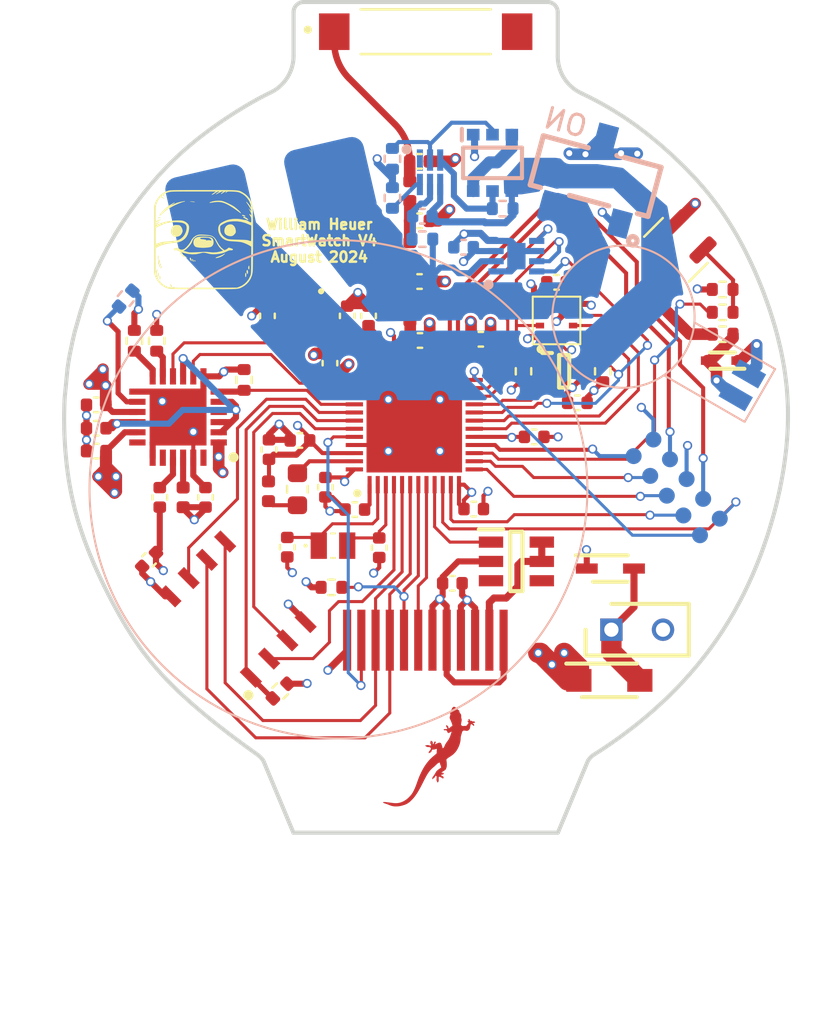
<source format=kicad_pcb>
(kicad_pcb (version 20240108) (generator "pcbnew") (generator_version "8.0")
  (layers (0 "F.Cu" signal) (1 "In1.Cu" power) (2 "In2.Cu" power) (31 "B.Cu" signal) (34 "B.Paste" user) (35 "F.Paste" user) (36 "B.SilkS" user "B.Silkscreen") (37 "F.SilkS" user "F.Silkscreen") (38 "B.Mask" user) (39 "F.Mask" user) (44 "Edge.Cuts" user))
  (net 0 "")
  (net 1 "Net-(BT1--)")
  (net 2 "VCELL")
  (net 3 "+3V0")
  (net 4 "GND")
  (net 5 "ANT")
  (net 6 "Net-(C17-Pad1)")
  (net 7 "Net-(C18-Pad1)")
  (net 8 "Net-(C19-Pad1)")
  (net 9 "/Power/VSYS")
  (net 10 "Net-(SW1-B)")
  (net 11 "Net-(U6-DEC)")
  (net 12 "VBUS")
  (net 13 "Net-(IC2-BAT)")
  (net 14 "Net-(D1-A)")
  (net 15 "Net-(D2-A)")
  (net 16 "SCL")
  (net 17 "FUEL_ALERT")
  (net 18 "SDA")
  (net 20 "Net-(IC2-COUT)")
  (net 21 "Net-(IC2-V-)")
  (net 22 "Net-(IC2-DOUT)")
  (net 23 "TEMP_ALERT")
  (net 24 "USB_RTS")
  (net 25 "SWDIO")
  (net 26 "SWDCLK")
  (net 27 "USB_CTS")
  (net 28 "USB_RX")
  (net 29 "USB_TX")
  (net 30 "SWO")
  (net 31 "~{RESET}")
  (net 32 "Net-(L1-Pad2)")
  (net 33 "Net-(U6-SW)")
  (net 34 "Net-(Q1-D)")
  (net 35 "Net-(Q1-G)")
  (net 36 "EXT_FLASH_CS")
  (net 37 "BUZZER")
  (net 38 "LCD_CS")
  (net 39 "Net-(U6-NTC)")
  (net 40 "Net-(U6-ICHG)")
  (net 41 "~{WP}")
  (net 42 "BMA400_INT1")
  (net 43 "BMA400_INT2")
  (net 44 "LCD_D{slash}C")
  (net 45 "SCK")
  (net 46 "BATTERY_DISCONNECT")
  (net 47 "MISO")
  (net 48 "Charge Error")
  (net 49 "MOSI")
  (net 50 "Charging")
  (net 51 "LCD_RESET")
  (net 52 "~{HOLD}")
  (net 55 "LCD_PWM")
  (net 56 "Net-(U3-LEDK)")
  (net 63 "Net-(U6-SHPHLD)")
  (net 66 "Net-(U8-D1)")
  (net 68 "Net-(U1-P0.01{slash}XL2)")
  (net 69 "Net-(U1-P0.00{slash}XL1)")
  (net 70 "Net-(U1-DEC4)")
  (net 71 "Net-(U1-DEC1)")
  (net 72 "Net-(U1-DEC3)")
  (net 73 "Net-(U1-XC2)")
  (net 74 "Net-(U1-XC1)")
  (net 75 "Net-(U1-DCC)")
  (footprint "Capacitor_SMD:C_0402_1005Metric" (layer "F.Cu") (at 129.85 106.925 45)
    (property "Reference" "C6" (hide yes))
    (property "Value" "100n")
  )
  (footprint "Capacitor_SMD:C_0402_1005Metric" (layer "F.Cu") (at 149.9 93.275 180)
    (property "Reference" "C20" (hide yes))
    (property "Value" "100n")
  )
  (footprint "Resistor_SMD:R_0402_1005Metric" (layer "F.Cu") (at 148.275 97.65 -90)
    (property "Reference" "R2" (hide yes))
    (property "Value" "5.1k")
  )
  (footprint "Capacitor_SMD:C_0402_1005Metric" (layer "F.Cu") (at 132.625 103.85 90)
    (property "Reference" "C25" (hide yes))
    (property "Value" "10u")
  )
  (footprint "Resistor_SMD:R_0402_1005Metric" (layer "F.Cu") (at 130.225 96.15 -90)
    (property "Reference" "R9" (hide yes))
    (property "Value" "10k")
  )
  (footprint "Resistor_SMD:R_0402_1005Metric" (layer "F.Cu") (at 136.3 113.375 -135)
    (property "Reference" "R3" (hide yes))
    (property "Value" "10k")
  )
  (footprint "GeckoSmartWatch_V4_1:nrf52840_QFN40P600X600X95-49N-D" (layer "F.Cu") (at 142.9 100.275 90)
    (property "Reference" "U1" (hide yes))
    (property "Value" "~" (hide yes))
  )
  (footprint "Capacitor_SMD:C_0402_1005Metric" (layer "F.Cu") (at 143.16 90.25)
    (property "Reference" "C18" (hide yes))
    (property "Value" "0")
  )
  (footprint "Capacitor_SMD:C_0402_1005Metric" (layer "F.Cu") (at 127.25 101.575 180)
    (property "Reference" "C27" (hide yes))
    (property "Value" "2.2u")
  )
  (footprint "Resistor_SMD:R_0402_1005Metric" (layer "F.Cu") (at 138.825 108.275)
    (property "Reference" "R7" (hide yes))
    (property "Value" "10k")
  )
  (footprint "GeckoSmartWatch_V4_1:nPM1100_QFN50P400X400X90-25N-D" (layer "F.Cu") (at 131.275 99.9 180)
    (property "Reference" "U6" (hide yes))
    (property "Value" "~" (hide yes))
  )
  (footprint "Inductor_SMD:L_0402_1005Metric" (layer "F.Cu") (at 142.68 88.79 90)
    (property "Reference" "L5" (hide yes))
    (property "Value" "0")
  )
  (footprint "Capacitor_SMD:C_0402_1005Metric" (layer "F.Cu") (at 139.6 94.925 90)
    (property "Reference" "C15" (hide yes))
    (property "Value" "10p")
  )
  (footprint "Capacitor_SMD:C_0402_1005Metric" (layer "F.Cu") (at 127.25 100.45 180)
    (property "Reference" "C23" (hide yes))
    (property "Value" "10u")
  )
  (footprint "Capacitor_SMD:C_0402_1005Metric" (layer "F.Cu") (at 139.975 104.45 180)
    (property "Reference" "C12" (hide yes))
    (property "Value" "100n")
  )
  (footprint "GeckoSmartWatch_V4_1:AP2502_SOT95P280X145-6N" (layer "F.Cu") (at 147.925 107)
    (property "Reference" "U5" (hide yes))
    (property "Value" "~" (hide yes))
  )
  (footprint "Capacitor_SMD:C_0402_1005Metric" (layer "F.Cu") (at 127.25 99.3 180)
    (property "Reference" "C24" (hide yes))
    (property "Value" "1u")
  )
  (footprint "GeckoSmartWatch_V4_1:32kHz_ECS32712512RCTR" (layer "F.Cu") (at 138.9 106.225)
    (property "Reference" "Y1" (hide yes))
    (property "Value" "32.758kHz" (hide yes))
  )
  (footprint "Resistor_SMD:R_0402_1005Metric" (layer "F.Cu") (at 129.125 96.15 90)
    (property "Reference" "R10" (hide yes))
    (property "Value" "11k")
  )
  (footprint "Inductor_SMD:L_0402_1005Metric" (layer "F.Cu") (at 142.685 91.785 90)
    (property "Reference" "L4" (hide yes))
    (property "Value" "2.2n")
  )
  (footprint "GeckoSmartWatch_V4_1:TVS_SOD2513X120N" (layer "F.Cu") (at 152.55 107.35)
    (property "Reference" "D3" (hide yes))
    (property "Value" "D_TVS" (hide yes))
  )
  (footprint "Capacitor_SMD:C_0402_1005Metric" (layer "F.Cu") (at 145.825 104.425)
    (property "Reference" "C5" (hide yes))
    (property "Value" "100n")
  )
  (footprint "Capacitor_SMD:C_0402_1005Metric" (layer "F.Cu") (at 148.8 100.875)
    (property "Reference" "C4" (hide yes))
    (property "Value" "100n")
  )
  (footprint "Inductor_SMD:L_0402_1005Metric" (layer "F.Cu") (at 142.685 94.685 90)
    (property "Reference" "L3" (hide yes))
    (property "Value" "4.7n")
  )
  (footprint "Capacitor_SMD:C_0402_1005Metric" (layer "F.Cu") (at 135.675 94.925 90)
    (property "Reference" "C14" (hide yes))
    (property "Value" "10p")
  )
  (footprint "Capacitor_SMD:C_0402_1005Metric" (layer "F.Cu") (at 130.375 103.85 -90)
    (property "Reference" "C26" (hide yes))
    (property "Value" "10u")
  )
  (footprint "GeckoSmartWatch_V4_1:32MHz_ECS320837CKMTR3" (layer "F.Cu") (at 137.625 94.925 180)
    (property "Reference" "Y2" (hide yes))
    (property "Value" "32MHz" (hide yes))
  )
  (footprint "Resistor_SMD:R_0402_1005Metric" (layer "F.Cu") (at 158.075 93.625)
    (property "Reference" "R6" (hide yes))
    (property "Value" "10k")
  )
  (footprint "GeckoSmartWatch_V4_1:1.47_TFT_displayConnector" (layer "F.Cu") (at 143.594576 110.873473)
    (property "Reference" "U3" (hide yes))
    (property "Value" "~")
  )
  (footprint "Capacitor_SMD:C_0402_1005Metric" (layer "F.Cu") (at 143.18 96.135)
    (property "Reference" "C16" (hide yes))
    (property "Value" "1p")
  )
  (footprint "LOGO" (layer "F.Cu") (at 143.61599 116.870226 -45)
    (property "Reference" "G***" (hide yes))
    (property "Value" "LOGO" (hide yes))
  )
  (footprint "Capacitor_SMD:C_0402_1005Metric" (layer "F.Cu") (at 143.155 87.325)
    (property "Reference" "C19" (hide yes))
    (property "Value" "0")
  )
  (footprint "GeckoSmartWatch_V4_1:BOSCH_LGA_12" (layer "F.Cu") (at 149.9 95.15 90)
    (property "Reference" "U4" (hide yes))
    (property "Value" "~")
  )
  (footprint "Capacitor_SMD:C_0402_1005Metric" (layer "F.Cu") (at 141.175 106.325 -90)
    (property "Reference" "C8" (hide yes))
    (property "Value" "10p")
  )
  (footprint "Capacitor_SMD:C_0402_1005Metric" (layer "F.Cu") (at 135.75 101.5 90)
    (property "Reference" "C11" (hide yes))
    (property "Value" "47n")
  )
  (footprint "GeckoSmartWatch_V4_1:extFlash_SON127P600X500X60-9N-D" (layer "F.Cu") (at 134.225 109.35 135)
    (property "Reference" "U2" (hide yes))
    (property "Value" "~" (hide yes))
  )
  (footprint "Resistor_SMD:R_0402_1005Metric" (layer "F.Cu") (at 158.075 95.825 180)
    (property "Reference" "R4" (hide yes))
    (property "Value" "?")
  )
  (footprint "Resistor_SMD:R_0402_1005Metric" (layer "F.Cu") (at 134.525 98.075 90)
    (property "Reference" "R8" (hide yes))
    (property "Value" "10k")
  )
  (footprint "Capacitor_SMD:C_0402_1005Metric" (layer "F.Cu") (at 150.925 99.2 180)
    (property "Reference" "C29" (hide yes))
    (property "Value" "100n")
  )
  (footprint "Resistor_SMD:R_0402_1005Metric" (layer "F.Cu") (at 158.075 94.75)
    (property "Reference" "R5" (hide yes))
    (property "Value" "1k")
  )
  (footprint "Capacitor_SMD:C_0402_1005Metric" (layer "F.Cu") (at 137.275 101.05 180)
    (property "Reference" "C10" (hide yes))
    (property "Value" "1u")
  )
  (footprint "Inductor_SMD:L_0603_1608Metric" (layer "F.Cu") (at 137.15 103.45 -90)
    (property "Reference" "L1" (hide yes))
    (property "Value" "10u")
  )
  (footprint "Capacitor_SMD:C_0402_1005Metric" (layer "F.Cu") (at 136.65 106.3 90)
    (property "Reference" "C9" (hide yes))
    (property "Value" "10p")
  )
  (footprint "Capacitor_SMD:C_0402_1005Metric" (layer "F.Cu") (at 143.16 93.235)
    (property "Reference" "C17" (hide yes))
    (property "Value" "1.2p")
  )
  (footprint "Capacitor_SMD:C_0402_1005Metric" (layer "F.Cu") (at 140.65 94.925 90)
    (property "Reference" "C13" (hide yes))
    (property "Value" "100p")
  )
  (footprint "GeckoSmartWatch_V4_1:chargeContacts_RHDR2W51P0X254_1X2_508X254X419P" (layer "F.Cu") (at 152.6 110.358 180)
    (property "Reference" "U7" (hide yes))
    (property "Value" "~" (hide yes))
  )
  (footprint "GeckoSmartWatch_V4_1:reversePolarity_SODFL3616X98N" (layer "F.Cu") (at 152.5 112.85)
    (property "Reference" "D2" (hide yes))
    (property "Value" "D_Schottky" (hide yes))
  )
  (footprint "GeckoSmartWatch_V4_1:tmp_SOTFL50P160X60-6N" (layer "F.Cu") (at 150.275 97.65)
    (property "Reference" "IC3" (hide yes))
    (property "Value" "TMP112AIDRLR" (hide yes))
  )
  (footprint "Inductor_SMD:L_0402_1005Metric" (layer "F.Cu") (at 131.525 103.85 90)
    (property "Reference" "L6" (hide yes))
    (property "Value" "2.2u")
  )
  (footprint "Capacitor_SMD:C_0402_1005Metric" (layer "F.Cu") (at 138.75 97.25 90)
    (property "Reference" "C2" (hide yes))
    (property "Value" "100n")
  )
  (footprint "Inductor_SMD:L_0402_1005Metric" (layer "F.Cu") (at 135.725 103.55 90)
    (property "Reference" "L2" (hide yes))
    (property "Value" "15n")
  )
  (footprint "GeckoSmartWatch_V4_1:flyback_SODFL1608X70N" (layer "F.Cu") (at 158.075 97.125 180)
    (property "Reference" "D1" (hide yes))
    (property "Value" "D_Schottky" (hide yes))
  )
  (footprint "Resistor_SMD:R_0402_1005Metric" (layer "F.Cu") (at 152.175 97.65 -90)
    (property "Reference" "R1" (hide yes))
    (property "Value" "5.1k")
  )
  (footprint "Package_TO_SOT_SMD:SOT-23" (layer "F.Cu") (at 155.775 91.675 -135)
    (property "Reference" "Q1" (hide yes))
    (property "Value" "2N7002")
  )
  (footprint "Capacitor_SMD:C_0402_1005Metric" (layer "F.Cu") (at 146.175 96.075)
    (property "Reference" "C3" (hide yes))
    (property "Value" "100n")
  )
  (footprint "Capacitor_SMD:C_0402_1005Metric" (layer "F.Cu") (at 138.525 103.35 -90)
    (property "Reference" "C1" (hide yes))
    (property "Value" "1u")
  )
  (footprint "Capacitor_SMD:C_0402_1005Metric" (layer "F.Cu") (at 144.775 108.075 180)
    (property "Reference" "C21" (hide yes))
    (property "Value" "100n")
  )
  (footprint "GeckoSmartWatch_V4_1:ANT_2450AT45A100E" (layer "F.Cu") (at 143.4625 80.95)
    (property "Reference" "E1" (hide yes))
    (property "Value" "2450AT45A100E")
  )
  (footprint "LOGO" (layer "F.Cu") (at 132.525 91.175)
    (property "Reference" "G***" (hide yes))
    (property "Value" "LOGO" (hide yes))
  )
  (footprint "Capacitor_SMD:C_0402_1005Metric" (layer "B.Cu") (at 143.3 90.025)
    (property "Reference" "C28" (hide yes))
    (property "Value" "100n")
  )
  (footprint "Resistor_SMD:R_0402_1005Metric" (layer "B.Cu") (at 141.825 87.2 -90)
    (property "Reference" "R13" (hide yes))
    (property "Value" "5.1M")
  )
  (footprint "GeckoSmartWatch_V4_1:TAG-CONNECT_TC2050-IDC-NL" (layer "B.Cu") (at 154.667319 101.004246 -140)
    (property "Reference" "J1" (hide yes))
    (property "Value" "Conn_02x05_Odd_Even")
  )
  (footprint "Resistor_SMD:R_0402_1005Metric" (layer "B.Cu") (at 143.3 91.15 180)
    (property "Reference" "R11" (hide yes))
    (property "Value" "330")
  )
  (footprint "GeckoSmartWatch_V4_1:SMD_vibrationMotor" (layer "B.Cu") (at 153.627164 95.212982 -120)
    (property "Reference" "M1" (hide yes))
    (property "Value" "Vibration Motor")
  )
  (footprint "Resistor_SMD:R_0402_1005Metric" (layer "B.Cu") (at 128.7 94.075 50)
    (property "Reference" "TH1" (hide yes))
    (property "Value" "Thermistor_NTC_US")
  )
  (footprint "Resistor_SMD:R_0402_1005Metric" (layer "B.Cu") (at 147.25 89.65)
    (property "Reference" "R14" (hide yes))
    (property "Value" "5.1M")
  )
  (footprint "GeckoSmartWatch_V4_1:MAX17048_fuelGuague" (layer "B.Cu") (at 147.925 91.9875)
    (property "Reference" "IC1" (hide yes))
    (property "Value" "MAX17048G+T10")
  )
  (footprint "Capacitor_SMD:C_0402_1005Metric" (layer "B.Cu") (at 145.325 91.55 180)
    (property "Reference" "C22" (hide yes))
    (property "Value" "100nF")
  )
  (footprint "GeckoSmartWatch_V4_1:batProtect_SON50P150X150X80-6N" (layer "B.Cu") (at 143.675 87.862 -90)
    (property "Reference" "IC2" (hide yes))
    (property "Value" "BQ29700DSER" (hide yes))
  )
  (footprint "GeckoSmartWatch_V4_1:RJD2430C1ST1" (layer "B.Cu") (at 135.85 89.08 13)
    (property "Reference" "BT1" (hide yes))
    (property "Value" "Battery_Cell")
  )
  (footprint "Resistor_SMD:R_0402_1005Metric" (layer "B.Cu") (at 141.825 89.125 90)
    (property "Reference" "R12" (hide yes))
    (property "Value" "2.2k")
  )
  (footprint "GeckoSmartWatch_V4_1:batMOS_SOTFL95P280X88-6N" (layer "B.Cu") (at 146.75 87.4 -90)
    (property "Reference" "U8" (hide yes))
    (property "Value" "~")
  )
  (footprint "GeckoSmartWatch_V4_1:pwrSW_B-TYPE" (layer "B.Cu") (at 151.825 88.05 165)
    (property "Reference" "SW1" (hide yes))
    (property "Value" "SW_SPDT" (hide yes))
  )
  (gr_curve (pts (xy 125.860894 102.743459) (xy 125.839586 102.594827) (xy 125.819861 102.445641) (xy 125.801671 102.295862)) (stroke (width 0.2)) (layer "Edge.Cuts"))
  (gr_curve (pts (xy 132.664998 114.593798) (xy 132.516927 114.472162) (xy 132.37255 114.351732) (xy 132.231835 114.232473)) (stroke (width 0.2)) (layer "Edge.Cuts"))
  (gr_line (start 133.025911 85.634428) (end 132.794994 85.80146) (stroke (width 0.2)) (layer "Edge.Cuts"))
  (gr_line (start 134.209719 84.841577) (end 133.97131 84.991723) (stroke (width 0.2)) (layer "Edge.Cuts"))
  (gr_line (start 129.971004 111.980875) (end 129.793367 111.758606) (stroke (width 0.2)) (layer "Edge.Cuts"))
  (gr_line (start 161.286324 99.433211) (end 161.269101 99.043215) (stroke (width 0.2)) (layer "Edge.Cuts"))
  (gr_curve (pts (xy 153.440806 115.327188) (xy 153.607512 115.200518) (xy 153.772246 115.072308) (xy 153.935004 114.942551)) (stroke (width 0.2)) (layer "Edge.Cuts"))
  (gr_line (start 154.725 114.275) (end 155.02865 113.998123) (stroke (width 0.2)) (layer "Edge.Cuts"))
  (gr_curve (pts (xy 160.117108 106.207572) (xy 160.189499 106.00114) (xy 160.259368 105.79363) (xy 160.326675 105.585238)) (stroke (width 0.2)) (layer "Edge.Cuts"))
  (gr_curve (pts (xy 158.288938 110.070106) (xy 158.398411 109.893117) (xy 158.505721 109.713973) (xy 158.610849 109.532665)) (stroke (width 0.2)) (layer "Edge.Cuts"))
  (gr_line (start 132.231835 114.232473) (end 131.961191 113.997261) (stroke (width 0.2)) (layer "Edge.Cuts"))
  (gr_arc (start 149.459389 79.490315) (mid 149.812942 79.636763) (end 149.95939 79.990316) (stroke (width 0.2)) (layer "Edge.Cuts"))
  (gr_line (start 126.955739 93.370164) (end 126.846636 93.645617) (stroke (width 0.2)) (layer "Edge.Cuts"))
  (gr_curve (pts (xy 127.249884 92.681834) (xy 127.312181 92.544401) (xy 127.376224 92.407169) (xy 127.442015 92.27023)) (stroke (width 0.2)) (layer "Edge.Cuts"))
  (gr_curve (pts (xy 161.037383 97.103956) (xy 161.001467 96.910062) (xy 160.96244 96.716027) (xy 160.920356 96.521808)) (stroke (width 0.2)) (layer "Edge.Cuts"))
  (gr_curve (pts (xy 132.457999 86.056278) (xy 132.568881 85.970884) (xy 132.681252 85.885924) (xy 132.794994 85.80146)) (stroke (width 0.2)) (layer "Edge.Cuts"))
  (gr_curve (pts (xy 160.240123 94.19428) (xy 160.171613 94.002524) (xy 160.100913 93.811739) (xy 160.02816 93.622179)) (stroke (width 0.2)) (layer "Edge.Cuts"))
  (gr_curve (pts (xy 156.003635 87.418379) (xy 155.887518 87.305089) (xy 155.770304 87.193007) (xy 155.65209 87.08216)) (stroke (width 0.2)) (layer "Edge.Cuts"))
  (gr_curve (pts (xy 127.941044 91.323818) (xy 128.016603 91.190547) (xy 128.093622 91.058149) (xy 128.171997 90.926746)) (stroke (width 0.2)) (layer "Edge.Cuts"))
  (gr_line (start 152.236448 116.184748) (end 152.587575 115.945194) (stroke (width 0.2)) (layer "Edge.Cuts"))
  (gr_line (start 127.249884 92.681834) (end 126.955739 93.370164) (stroke (width 0.2)) (layer "Edge.Cuts"))
  (gr_line (start 126.095595 96.107697) (end 125.952154 96.796403) (stroke (width 0.2)) (layer "Edge.Cuts"))
  (gr_curve (pts (xy 151.695027 116.532642) (xy 151.877464 116.418201) (xy 152.057937 116.302237) (xy 152.236448 116.184748)) (stroke (width 0.2)) (layer "Edge.Cuts"))
  (gr_curve (pts (xy 161.287811 100.022831) (xy 161.290545 99.825518) (xy 161.290055 99.629012) (xy 161.286324 99.433211)) (stroke (width 0.2)) (layer "Edge.Cuts"))
  (gr_curve (pts (xy 158.814476 109.163606) (xy 158.915176 108.978012) (xy 159.013651 108.79029) (xy 159.109877 108.600471)) (stroke (width 0.2)) (layer "Edge.Cuts"))
  (gr_line (start 130.041013 88.340747) (end 129.865935 88.547013) (stroke (width 0.2)) (layer "Edge.Cuts"))
  (gr_line (start 136.951693 120.34035) (end 135.472328 116.80124) (stroke (width 0.2)) (layer "Edge.Cuts"))
  (gr_curve (pts (xy 127.152977 107.160846) (xy 127.088376 107.012403) (xy 127.025158 106.86371) (xy 126.963456 106.714936)) (stroke (width 0.2)) (layer "Edge.Cuts"))
  (gr_curve (pts (xy 160.964331 103.068826) (xy 161.004106 102.860305) (xy 161.040964 102.652439) (xy 161.074862 102.445372)) (stroke (width 0.2)) (layer "Edge.Cuts"))
  (gr_curve (pts (xy 134.209719 84.841577) (xy 134.328797 84.767263) (xy 134.447623 84.694466) (xy 134.565993 84.623319)) (stroke (width 0.2)) (layer "Edge.Cuts"))
  (gr_line (start 158.783314 90.982585) (end 158.599705 90.670522) (stroke (width 0.2)) (layer "Edge.Cuts"))
  (gr_line (start 160.920356 96.521808) (end 160.827311 96.132907) (stroke (width 0.2)) (layer "Edge.Cuts"))
  (gr_line (start 127.628057 108.190764) (end 127.488451 107.898806) (stroke (width 0.2)) (layer "Edge.Cuts"))
  (gr_arc (start 135.223753 116.532642) (mid 135.358382 116.657345) (end 135.472307 116.80121) (stroke (width 0.2)) (layer "Edge.Cuts"))
  (gr_line (start 156.184976 112.842699) (end 156.456316 112.538742) (stroke (width 0.2)) (layer "Edge.Cuts"))
  (gr_curve (pts (xy 160.736724 104.116387) (xy 160.787904 103.906225) (xy 160.836299 103.696207) (xy 160.881865 103.486522)) (stroke (width 0.2)) (layer "Edge.Cuts"))
  (gr_curve (pts (xy 160.453426 105.166638) (xy 160.515476 104.957106) (xy 160.574875 104.747108) (xy 160.63158 104.536853)) (stroke (width 0.2)) (layer "Edge.Cuts"))
  (gr_line (start 159.642443 92.694372) (end 159.478162 92.336272) (stroke (width 0.2)) (layer "Edge.Cuts"))
  (gr_line (start 128.332281 90.667422) (end 128.171997 90.926746) (stroke (width 0.2)) (layer "Edge.Cuts"))
  (gr_line (start 158.06783 110.421931) (end 158.288938 110.070106) (stroke (width 0.2)) (layer "Edge.Cuts"))
  (gr_line (start 161.208036 101.421532) (end 161.242144 101.018388) (stroke (width 0.2)) (layer "Edge.Cuts"))
  (gr_line (start 134.655346 116.12539) (end 134.295338 115.86044) (stroke (width 0.2)) (layer "Edge.Cuts"))
  (gr_line (start 129.534896 111.421965) (end 129.369968 111.192527) (stroke (width 0.2)) (layer "Edge.Cuts"))
  (gr_line (start 128.745164 90.035738) (end 128.577454 90.284133) (stroke (width 0.2)) (layer "Edge.Cuts"))
  (gr_curve (pts (xy 157.10899 111.755736) (xy 157.235392 111.595323) (xy 157.359718 111.432958) (xy 157.481956 111.268592)) (stroke (width 0.2)) (layer "Edge.Cuts"))
  (gr_curve (pts (xy 125.675269 100.469929) (xy 125.671558 100.316787) (xy 125.669285 100.163731) (xy 125.66846 100.0109)) (stroke (width 0.2)) (layer "Edge.Cuts"))
  (gr_curve (pts (xy 135.376313 84.168298) (xy 135.46825 84.119851) (xy 135.55945 84.072776) (xy 135.64987 84.027102)) (stroke (width 0.2)) (layer "Edge.Cuts"))
  (gr_curve (pts (xy 156.456316 112.538742) (xy 156.590963 112.385858) (xy 156.723564 112.231161) (xy 156.854108 112.074607)) (stroke (width 0.2)) (layer "Edge.Cuts"))
  (gr_line (start 159.969804 106.619357) (end 160.117108 106.207572) (stroke (width 0.2)) (layer "Edge.Cuts"))
  (gr_line (start 134.800673 84.486425) (end 134.565993 84.623319) (stroke (width 0.2)) (layer "Edge.Cuts"))
  (gr_curve (pts (xy 154.19845 85.851058) (xy 154.076614 85.75752) (xy 153.955016 85.666191) (xy 153.833813 85.577185)) (stroke (width 0.2)) (layer "Edge.Cuts"))
  (gr_line (start 160.02816 93.622179) (end 159.877035 93.247797) (stroke (width 0.2)) (layer "Edge.Cuts"))
  (gr_curve (pts (xy 133.025911 85.634428) (xy 133.141878 85.551266) (xy 133.258862 85.468814) (xy 133.376672 85.387189)) (stroke (width 0.2)) (layer "Edge.Cuts"))
  (gr_line (start 151.562585 84.190789) (end 151.880052 84.356539) (stroke (width 0.2)) (layer "Edge.Cuts"))
  (gr_curve (pts (xy 161.185405 98.072597) (xy 161.162187 97.878879) (xy 161.135745 97.685249) (xy 161.106104 97.4916)) (stroke (width 0.2)) (layer "Edge.Cuts"))
  (gr_line (start 160.881865 103.486522) (end 160.964331 103.068826) (stroke (width 0.2)) (layer "Edge.Cuts"))
  (gr_curve (pts (xy 125.671201 99.706476) (xy 125.673306 99.554513) (xy 125.676884 99.403051) (xy 125.681944 99.252221)) (stroke (width 0.2)) (layer "Edge.Cuts"))
  (gr_curve (pts (xy 157.115886 88.602259) (xy 157.009802 88.478056) (xy 156.902427 88.355585) (xy 156.793742 88.234669)) (stroke (width 0.2)) (layer "Edge.Cuts"))
  (gr_curve (pts (xy 130.253177 112.31124) (xy 130.156754 112.201258) (xy 130.06276 112.0912) (xy 129.971004 111.980875)) (stroke (width 0.2)) (layer "Edge.Cuts"))
  (gr_curve (pts (xy 161.269101 99.043215) (xy 161.258862 98.848442) (xy 161.245368 98.65412) (xy 161.228619 98.46012)) (stroke (width 0.2)) (layer "Edge.Cuts"))
  (gr_curve (pts (xy 134.295338 115.86044) (xy 134.117226 115.728618) (xy 133.942898 115.598104) (xy 133.772353 115.468893)) (stroke (width 0.2)) (layer "Edge.Cuts"))
  (gr_curve (pts (xy 155.02865 113.998123) (xy 155.179476 113.858875) (xy 155.3283 113.718007) (xy 155.475117 113.575499)) (stroke (width 0.2)) (layer "Edge.Cuts"))
  (gr_line (start 126.041406 103.774821) (end 125.983768 103.481624) (stroke (width 0.2)) (layer "Edge.Cuts"))
  (gr_curve (pts (xy 129.604593 88.869729) (xy 129.691568 88.760325) (xy 129.778687 88.652757) (xy 129.865935 88.547013)) (stroke (width 0.2)) (layer "Edge.Cuts"))
  (gr_line (start 125.696557 98.952889) (end 125.681944 99.252221) (stroke (width 0.2)) (layer "Edge.Cuts"))
  (gr_curve (pts (xy 128.332281 90.667422) (xy 128.412966 90.53838) (xy 128.494736 90.410578) (xy 128.577454 90.284133)) (stroke (width 0.2)) (layer "Edge.Cuts"))
  (gr_arc (start 136.95939 79.99024) (mid 137.105848 79.63672) (end 137.45939 79.490315) (stroke (width 0.2)) (layer "Edge.Cuts"))
  (gr_line (start 125.728473 101.540208) (end 125.708162 101.23514) (stroke (width 0.2)) (layer "Edge.Cuts"))
  (gr_line (start 152.654317 84.794193) (end 152.428687 84.661671) (stroke (width 0.2)) (layer "Edge.Cuts"))
  (gr_line (start 133.772353 115.468893) (end 133.442578 115.214347) (stroke (width 0.2)) (layer "Edge.Cuts"))
  (gr_curve (pts (xy 133.442578 115.214347) (xy 133.279571 115.087715) (xy 133.120328 114.962363) (xy 132.964834 114.838278)) (stroke (width 0.2)) (layer "Edge.Cuts"))
  (gr_line (start 125.952154 96.796403) (end 125.901868 97.074569) (stroke (width 0.2)) (layer "Edge.Cuts"))
  (gr_line (start 149.9671 120.34035) (end 136.951693 120.34035) (stroke (width 0.2)) (layer "Edge.Cuts"))
  (gr_line (start 130.978791 113.084159) (end 130.761414 112.862215) (stroke (width 0.2)) (layer "Edge.Cuts"))
  (gr_line (start 129.604593 88.869729) (end 129.430787 89.090375) (stroke (width 0.2)) (layer "Edge.Cuts"))
  (gr_line (start 158.319598 90.216363) (end 158.12759 89.928499) (stroke (width 0.2)) (layer "Edge.Cuts"))
  (gr_curve (pts (xy 159.730345 107.227081) (xy 159.81258 107.026062) (xy 159.892412 106.823437) (xy 159.969804 106.619357)) (stroke (width 0.2)) (layer "Edge.Cuts"))
  (gr_line (start 132.457999 86.056278) (end 132.237725 86.227499) (stroke (width 0.2)) (layer "Edge.Cuts"))
  (gr_line (start 155.051713 86.544667) (end 154.808366 86.339609) (stroke (width 0.2)) (layer "Edge.Cuts"))
  (gr_curve (pts (xy 161.242144 101.018388) (xy 161.257626 100.81733) (xy 161.269962 100.6173) (xy 161.279122 100.418266)) (stroke (width 0.2)) (layer "Edge.Cuts"))
  (gr_line (start 149.95939 79.990316) (end 149.95939 82.158095) (stroke (width 0.2)) (layer "Edge.Cuts"))
  (gr_curve (pts (xy 128.58667 109.977609) (xy 128.510774 109.849102) (xy 128.435287 109.718714) (xy 128.360154 109.586435)) (stroke (width 0.2)) (layer "Edge.Cuts"))
  (gr_line (start 161.228619 98.46012) (end 161.185405 98.072597) (stroke (width 0.2)) (layer "Edge.Cuts"))
  (gr_curve (pts (xy 161.133618 102.034046) (xy 161.161476 101.828873) (xy 161.186295 101.624679) (xy 161.208036 101.421532)) (stroke (width 0.2)) (layer "Edge.Cuts"))
  (gr_curve (pts (xy 126.84507 106.417689) (xy 126.786747 106.269148) (xy 126.730162 106.120775) (xy 126.675413 105.97267)) (stroke (width 0.2)) (layer "Edge.Cuts"))
  (gr_line (start 130.448453 112.531129) (end 130.253177 112.31124) (stroke (width 0.2)) (layer "Edge.Cuts"))
  (gr_arc (start 136.95939 82.13862) (mid 136.653173 83.202175) (end 135.828255 83.94003) (stroke (width 0.2)) (layer "Edge.Cuts"))
  (gr_line (start 159.563469 107.627514) (end 159.730345 107.227081) (stroke (width 0.2)) (layer "Edge.Cuts"))
  (gr_line (start 157.834668 89.509235) (end 157.633672 89.242441) (stroke (width 0.2)) (layer "Edge.Cuts"))
  (gr_curve (pts (xy 128.745164 90.035738) (xy 128.829353 89.912321) (xy 128.914212 89.790464) (xy 128.999606 89.67026)) (stroke (width 0.2)) (layer "Edge.Cuts"))
  (gr_line (start 127.283561 107.457484) (end 127.152977 107.160846) (stroke (width 0.2)) (layer "Edge.Cuts"))
  (gr_line (start 154.442357 86.040344) (end 154.19845 85.851058) (stroke (width 0.2)) (layer "Edge.Cuts"))
  (gr_curve (pts (xy 155.41319 86.864541) (xy 155.293377 86.756447) (xy 155.172836 86.649785) (xy 155.051713 86.544667)) (stroke (width 0.2)) (layer "Edge.Cuts"))
  (gr_curve (pts (xy 131.961191 113.997261) (xy 131.827645 113.880184) (xy 131.697653 113.764165) (xy 131.571152 113.649141)) (stroke (width 0.2)) (layer "Edge.Cuts"))
  (gr_line (start 156.793742 88.234669) (end 156.572456 87.996951) (stroke (width 0.2)) (layer "Edge.Cuts"))
  (gr_curve (pts (xy 160.827311 96.132907) (xy 160.77934 95.938404) (xy 160.728469 95.743794) (xy 160.674788 95.549152)) (stroke (width 0.2)) (layer "Edge.Cuts"))
  (gr_line (start 126.675413 105.97267) (end 126.571674 105.677428) (stroke (width 0.2)) (layer "Edge.Cuts"))
  (gr_curve (pts (xy 127.488451 107.898806) (xy 127.419135 107.75243) (xy 127.350794 107.60526) (xy 127.283561 107.457484)) (stroke (width 0.2)) (layer "Edge.Cuts"))
  (gr_line (start 143.45939 79.490315) (end 149.459389 79.490315) (stroke (width 0.2)) (layer "Edge.Cuts"))
  (gr_line (start 125.66846 100.0109) (end 125.671201 99.706476) (stroke (width 0.2)) (layer "Edge.Cuts"))
  (gr_line (start 125.684131 100.776297) (end 125.675269 100.469929) (stroke (width 0.2)) (layer "Edge.Cuts"))
  (gr_curve (pts (xy 128.21098 109.316451) (xy 128.136588 109.180588) (xy 128.062586 109.042981) (xy 127.989011 108.903729)) (stroke (width 0.2)) (layer "Edge.Cuts"))
  (gr_line (start 135.828255 83.94003) (end 135.649869 84.0271) (stroke (width 0.2)) (layer "Edge.Cuts"))
  (gr_line (start 131.919381 86.487158) (end 131.712172 86.661355) (stroke (width 0.2)) (layer "Edge.Cuts"))
  (gr_curve (pts (xy 135.223753 116.532642) (xy 135.030498 116.395581) (xy 134.841029 116.25983) (xy 134.655346 116.12539)) (stroke (width 0.2)) (layer "Edge.Cuts"))
  (gr_line (start 160.674788 95.549152) (end 160.559448 95.160386) (stroke (width 0.2)) (layer "Edge.Cuts"))
  (gr_curve (pts (xy 130.041013 88.340747) (xy 130.128678 88.238456) (xy 130.216593 88.137847) (xy 130.304845 88.038835)) (stroke (width 0.2)) (layer "Edge.Cuts"))
  (gr_curve (pts (xy 126.141456 104.212962) (xy 126.106228 104.067001) (xy 126.072892 103.920987) (xy 126.041406 103.774821)) (stroke (width 0.2)) (layer "Edge.Cuts"))
  (gr_line (start 152.428687 84.661671) (end 152.095683 84.472575) (stroke (width 0.2)) (layer "Edge.Cuts"))
  (gr_line (start 127.578746 91.997663) (end 127.442015 92.27023) (stroke (width 0.2)) (layer "Edge.Cuts"))
  (gr_curve (pts (xy 131.328285 113.421729) (xy 131.208508 113.308428) (xy 131.092043 113.195939) (xy 130.978791 113.084159)) (stroke (width 0.2)) (layer "Edge.Cuts"))
  (gr_curve (pts (xy 129.171541 89.435086) (xy 129.257669 89.318388) (xy 129.344115 89.203468) (xy 129.430787 89.090375)) (stroke (width 0.2)) (layer "Edge.Cuts"))
  (gr_curve (pts (xy 158.599705 90.670522) (xy 158.507378 90.516043) (xy 158.414006 90.364667) (xy 158.319598 90.216363)) (stroke (width 0.2)) (layer "Edge.Cuts"))
  (gr_line (start 125.801671 102.295862) (end 125.769754 101.994569) (stroke (width 0.2)) (layer "Edge.Cuts"))
  (gr_curve (pts (xy 128.971035 110.601725) (xy 128.892982 110.480453) (xy 128.815641 110.357496) (xy 128.738872 110.232741)) (stroke (width 0.2)) (layer "Edge.Cuts"))
  (gr_curve (pts (xy 126.466478 94.742946) (xy 126.509247 94.606299) (xy 126.55348 94.469499) (xy 126.599209 94.332518)) (stroke (width 0.2)) (layer "Edge.Cuts"))
  (gr_curve (pts (xy 131.413595 86.925874) (xy 131.511587 86.83717) (xy 131.611077 86.749031) (xy 131.712172 86.661355)) (stroke (width 0.2)) (layer "Edge.Cuts"))
  (gr_curve (pts (xy 154.808366 86.339609) (xy 154.686565 86.237989) (xy 154.564507 86.138188) (xy 154.442357 86.040344)) (stroke (width 0.2)) (layer "Edge.Cuts"))
  (gr_line (start 125.901868 97.074569) (end 125.837303 97.497403) (stroke (width 0.2)) (layer "Edge.Cuts"))
  (gr_line (start 157.10899 111.755736) (end 156.854108 112.074607) (stroke (width 0.2)) (layer "Edge.Cuts"))
  (gr_line (start 153.23536 85.161322) (end 152.654317 84.794193) (stroke (width 0.2)) (layer "Edge.Cuts"))
  (gr_line (start 161.279122 100.418266) (end 161.287811 100.022831) (stroke (width 0.2)) (layer "Edge.Cuts"))
  (gr_curve (pts (xy 160.559448 95.160386) (xy 160.500488 94.966152) (xy 160.43895 94.772216) (xy 160.374953 94.578766)) (stroke (width 0.2)) (layer "Edge.Cuts"))
  (gr_line (start 125.696557 98.952889) (end 125.837303 97.497403) (stroke (width 0.2)) (layer "Edge.Cuts"))
  (gr_line (start 160.326675 105.585238) (end 160.453426 105.166638) (stroke (width 0.2)) (layer "Edge.Cuts"))
  (gr_line (start 135.376313 84.168298) (end 135.149023 84.289561) (stroke (width 0.2)) (layer "Edge.Cuts"))
  (gr_line (start 126.194263 95.697729) (end 126.466478 94.742946) (stroke (width 0.2)) (layer "Edge.Cuts"))
  (gr_line (start 131.413595 86.925874) (end 131.219109 87.103846) (stroke (width 0.2)) (layer "Edge.Cuts"))
  (gr_line (start 126.213804 104.504832) (end 126.141456 104.212962) (stroke (width 0.2)) (layer "Edge.Cuts"))
  (gr_line (start 126.963456 106.714936) (end 126.84507 106.417689) (stroke (width 0.2)) (layer "Edge.Cuts"))
  (gr_curve (pts (xy 159.478162 92.336272) (xy 159.39531 92.158461) (xy 159.311034 91.983125) (xy 159.225441 91.81048)) (stroke (width 0.2)) (layer "Edge.Cuts"))
  (gr_line (start 143.45939 79.490315) (end 137.45939 79.490315) (stroke (width 0.2)) (layer "Edge.Cuts"))
  (gr_curve (pts (xy 125.769754 101.994569) (xy 125.754531 101.843648) (xy 125.740779 101.69218) (xy 125.728473 101.540208)) (stroke (width 0.2)) (layer "Edge.Cuts"))
  (gr_line (start 158.610849 109.532665) (end 158.814476 109.163606) (stroke (width 0.2)) (layer "Edge.Cuts"))
  (gr_line (start 131.571152 113.649141) (end 131.328285 113.421729) (stroke (width 0.2)) (layer "Edge.Cuts"))
  (gr_curve (pts (xy 129.793367 111.758606) (xy 129.705459 111.647134) (xy 129.619372 111.534988) (xy 129.534896 111.421965)) (stroke (width 0.2)) (layer "Edge.Cuts"))
  (gr_curve (pts (xy 125.983768 103.481624) (xy 125.95582 103.334851) (xy 125.929613 103.187729) (xy 125.905092 103.040168)) (stroke (width 0.2)) (layer "Edge.Cuts"))
  (gr_curve (pts (xy 159.05065 91.473911) (xy 158.962675 91.307118) (xy 158.873541 91.143305) (xy 158.783314 90.982585)) (stroke (width 0.2)) (layer "Edge.Cuts"))
  (gr_line (start 156.234771 87.646168) (end 156.003635 87.418379) (stroke (width 0.2)) (layer "Edge.Cuts"))
  (gr_curve (pts (xy 126.336879 104.943197) (xy 126.29388 104.796886) (xy 126.252859 104.650788) (xy 126.213804 104.504832)) (stroke (width 0.2)) (layer "Edge.Cuts"))
  (gr_curve (pts (xy 130.482911 87.845098) (xy 130.572255 87.748901) (xy 130.662219 87.654045) (xy 130.752954 87.560397)) (stroke (width 0.2)) (layer "Edge.Cuts"))
  (gr_line (start 160.374953 94.578766) (end 160.240123 94.19428) (stroke (width 0.2)) (layer "Edge.Cuts"))
  (gr_curve (pts (xy 154.254576 114.678359) (xy 154.41337 114.545479) (xy 154.570179 114.41103) (xy 154.725 114.275)) (stroke (width 0.2)) (layer "Edge.Cuts"))
  (gr_curve (pts (xy 129.369968 111.192527) (xy 129.288112 111.077184) (xy 129.20747 110.960594) (xy 129.127853 110.842582)) (stroke (width 0.2)) (layer "Edge.Cuts"))
  (gr_line (start 151.562585 84.190789) (end 151.100907 83.964473) (stroke (width 0.2)) (layer "Edge.Cuts"))
  (gr_curve (pts (xy 127.843488 108.620882) (xy 127.771032 108.478791) (xy 127.699188 108.335362) (xy 127.628057 108.190764)) (stroke (width 0.2)) (layer "Edge.Cuts"))
  (gr_curve (pts (xy 158.12759 89.928499) (xy 158.031043 89.785975) (xy 157.933413 89.646269) (xy 157.834668 89.509235)) (stroke (width 0.2)) (layer "Edge.Cuts"))
  (gr_line (start 130.482911 87.845098) (end 130.304845 88.038835) (stroke (width 0.2)) (layer "Edge.Cuts"))
  (gr_line (start 155.65209 87.08216) (end 155.41319 86.864541) (stroke (width 0.2)) (layer "Edge.Cuts"))
  (gr_curve (pts (xy 152.587575 115.945194) (xy 152.762156 115.824653) (xy 152.934772 115.702585) (xy 153.10542 115.578988)) (stroke (width 0.2)) (layer "Edge.Cuts"))
  (gr_curve (pts (xy 153.593171 85.406431) (xy 153.473186 85.322275) (xy 153.353874 85.240561) (xy 153.23536 85.161322)) (stroke (width 0.2)) (layer "Edge.Cuts"))
  (gr_curve (pts (xy 125.708162 101.23514) (xy 125.698722 101.082455) (xy 125.690713 100.92947) (xy 125.684131 100.776297)) (stroke (width 0.2)) (layer "Edge.Cuts"))
  (gr_line (start 155.475117 113.575499) (end 155.762703 113.285449) (stroke (width 0.2)) (layer "Edge.Cuts"))
  (gr_line (start 161.074862 102.445372) (end 161.133618 102.034046) (stroke (width 0.2)) (layer "Edge.Cuts"))
  (gr_curve (pts (xy 134.800673 84.486425) (xy 134.917621 84.418909) (xy 135.033786 84.353256) (xy 135.149023 84.289561)) (stroke (width 0.2)) (layer "Edge.Cuts"))
  (gr_line (start 161.106104 97.4916) (end 161.037383 97.103956) (stroke (width 0.2)) (layer "Edge.Cuts"))
  (gr_line (start 153.935004 114.942551) (end 154.254576 114.678359) (stroke (width 0.2)) (layer "Edge.Cuts"))
  (gr_line (start 159.225441 91.81048) (end 159.05065 91.473911) (stroke (width 0.2)) (layer "Edge.Cuts"))
  (gr_curve (pts (xy 131.919381 86.487158) (xy 132.023823 86.400244) (xy 132.129937 86.313699) (xy 132.237725 86.227499)) (stroke (width 0.2)) (layer "Edge.Cuts"))
  (gr_line (start 129.127853 110.842582) (end 128.971035 110.601725) (stroke (width 0.2)) (layer "Edge.Cuts"))
  (gr_line (start 128.360154 109.586435) (end 128.21098 109.316451) (stroke (width 0.2)) (layer "Edge.Cuts"))
  (gr_line (start 126.424856 105.23603) (end 126.336879 104.943197) (stroke (width 0.2)) (layer "Edge.Cuts"))
  (gr_curve (pts (xy 133.613909 85.226963) (xy 133.732723 85.147401) (xy 133.85193 85.068942) (xy 133.97131 84.991723)) (stroke (width 0.2)) (layer "Edge.Cuts"))
  (gr_line (start 159.109877 108.600471) (end 159.295475 108.214781) (stroke (width 0.2)) (layer "Edge.Cuts"))
  (gr_curve (pts (xy 157.633672 89.242441) (xy 157.532577 89.110193) (xy 157.430287 88.980242) (xy 157.326763 88.852398)) (stroke (width 0.2)) (layer "Edge.Cuts"))
  (gr_curve (pts (xy 126.695321 94.058035) (xy 126.744167 93.920714) (xy 126.794591 93.783234) (xy 126.846636 93.645617)) (stroke (width 0.2)) (layer "Edge.Cuts"))
  (gr_curve (pts (xy 126.571674 105.677428) (xy 126.520776 105.529969) (xy 126.471824 105.382835) (xy 126.424856 105.23603)) (stroke (width 0.2)) (layer "Edge.Cuts"))
  (gr_line (start 125.905092 103.040168) (end 125.860894 102.743459) (stroke (width 0.2)) (layer "Edge.Cuts"))
  (gr_curve (pts (xy 156.572456 87.996951) (xy 156.46117 87.878746) (xy 156.348599 87.76185) (xy 156.234771 87.646168)) (stroke (width 0.2)) (layer "Edge.Cuts"))
  (gr_curve (pts (xy 157.720117 110.933688) (xy 157.838141 110.765196) (xy 157.95405 110.594622) (xy 158.06783 110.421931)) (stroke (width 0.2)) (layer "Edge.Cuts"))
  (gr_line (start 153.10542 115.578988) (end 153.440806 115.327188) (stroke (width 0.2)) (layer "Edge.Cuts"))
  (gr_line (start 127.989011 108.903729) (end 127.843488 108.620882) (stroke (width 0.2)) (layer "Edge.Cuts"))
  (gr_line (start 127.941044 91.323818) (end 127.791385 91.59123) (stroke (width 0.2)) (layer "Edge.Cuts"))
  (gr_line (start 126.695321 94.058035) (end 126.599209 94.332518) (stroke (width 0.2)) (layer "Edge.Cuts"))
  (gr_line (start 130.937389 87.376159) (end 130.752954 87.560397) (stroke (width 0.2)) (layer "Edge.Cuts"))
  (gr_line (start 132.964834 114.838278) (end 132.664998 114.593798) (stroke (width 0.2)) (layer "Edge.Cuts"))
  (gr_curve (pts (xy 159.877035 93.247797) (xy 159.80058 93.061483) (xy 159.722339 92.876921) (xy 159.642443 92.694372)) (stroke (width 0.2)) (layer "Edge.Cuts"))
  (gr_line (start 129.171541 89.435086) (end 128.999606 89.67026) (stroke (width 0.2)) (layer "Edge.Cuts"))
  (gr_line (start 152.095683 84.472575) (end 151.880052 84.356539) (stroke (width 0.2)) (layer "Edge.Cuts"))
  (gr_line (start 151.446492 116.801174) (end 149.9671 120.34035) (stroke (width 0.2)) (layer "Edge.Cuts"))
  (gr_line (start 153.833813 85.577185) (end 153.593171 85.406431) (stroke (width 0.2)) (layer "Edge.Cuts"))
  (gr_line (start 136.95939 79.99024) (end 136.95939 82.13862) (stroke (width 0.2)) (layer "Edge.Cuts"))
  (gr_arc (start 151.100907 83.964473) (mid 150.268695 83.226506) (end 149.95939 82.158095) (stroke (width 0.2)) (layer "Edge.Cuts"))
  (gr_curve (pts (xy 130.937389 87.376159) (xy 131.030152 87.284504) (xy 131.124007 87.193779) (xy 131.219109 87.103846)) (stroke (width 0.2)) (layer "Edge.Cuts"))
  (gr_line (start 157.481956 111.268592) (end 157.720117 110.933688) (stroke (width 0.2)) (layer "Edge.Cuts"))
  (gr_arc (start 151.446492 116.801174) (mid 151.560401 116.65732) (end 151.695027 116.532642) (stroke (width 0.2)) (layer "Edge.Cuts"))
  (gr_curve (pts (xy 155.762703 113.285449) (xy 155.905485 113.139575) (xy 156.046245 112.992003) (xy 156.184976 112.842699)) (stroke (width 0.2)) (layer "Edge.Cuts"))
  (gr_curve (pts (xy 127.578746 91.997663) (xy 127.647955 91.861636) (xy 127.71885 91.72612) (xy 127.791385 91.59123)) (stroke (width 0.2)) (layer "Edge.Cuts"))
  (gr_curve (pts (xy 126.095595 96.107697) (xy 126.127091 95.970775) (xy 126.159983 95.834154) (xy 126.194263 95.697729)) (stroke (width 0.2)) (layer "Edge.Cuts"))
  (gr_line (start 157.326763 88.852398) (end 157.115886 88.602259) (stroke (width 0.2)) (layer "Edge.Cuts"))
  (gr_curve (pts (xy 130.761414 112.862215) (xy 130.654199 112.751463) (xy 130.549927 112.64115) (xy 130.448453 112.531129)) (stroke (width 0.2)) (layer "Edge.Cuts"))
  (gr_line (start 128.738872 110.232741) (end 128.58667 109.977609) (stroke (width 0.2)) (layer "Edge.Cuts"))
  (gr_line (start 160.63158 104.536853) (end 160.736724 104.116387) (stroke (width 0.2)) (layer "Edge.Cuts"))
  (gr_line (start 133.613909 85.226963) (end 133.376672 85.387189) (stroke (width 0.2)) (layer "Edge.Cuts"))
  (gr_curve (pts (xy 159.295475 108.214781) (xy 159.387121 108.020956) (xy 159.476462 107.825172) (xy 159.563469 107.627514)) (stroke (width 0.2)) (layer "Edge.Cuts"))
  (gr_text "ON" (at 151.3 86.275 345) (layer "B.SilkS") (effects (font (size 1 1)) (justify left bottom mirror)))
  (gr_text "William Heuer\nSmartWatch V4\nAugust 2024" (at 138.225 92.325 0) (layer "F.SilkS") (effects (font (size 0.5 0.5) (thickness 0.125) (bold yes)) (justify bottom)))
  (segment (start 154.575 94.65) (end 151.7 97.525) (width 1) (layer "B.Cu") (net 1))
  (segment (start 147.7 89.59) (end 147.76 89.65) (width 0.3) (layer "B.Cu") (net 1))
  (segment (start 146.345854 90.30035) (end 144.05535 90.30035) (width 0.3493) (layer "B.Cu") (net 1))
  (segment (start 146.390154 90.34465) (end 146.345854 90.30035) (width 0.3493) (layer "B.Cu") (net 1))
  (segment (start 144.05535 90.30035) (end 143.78 90.025) (width 0.3493) (layer "B.Cu") (net 1))
  (segment (start 147.033148 97.525) (end 146.233148 96.725) (width 1) (layer "B.Cu") (net 1))
  (segment (start 140.825 96.75) (end 133.829853 89.754853) (width 1) (layer "B.Cu") (net 1))
  (segment (start 147.675 89.565) (end 147.76 89.65) (width 0.3493) (layer "B.Cu") (net 1))
  (segment (start 143.78 90.025) (end 143.78 89.752107) (width 0.3) (layer "B.Cu") (net 1))
  (segment (start 152.95 88.15) (end 154.575 89.775) (width 1) (layer "B.Cu") (net 1))
  (segment (start 145.441852 96.75) (end 140.825 96.75) (width 1) (layer "B.Cu") (net 1))
  (segment (start 154.575 89.775) (end 154.575 94.65) (width 1) (layer "B.Cu") (net 1))
  (segment (start 147.7 88.788) (end 147.7 89.59) (width 0.3) (layer "B.Cu") (net 1))
  (segment (start 151.7 97.525) (end 147.033148 97.525) (width 1) (layer "B.Cu") (net 1))
  (segment (start 150.175 88.15) (end 152.95 88.15) (width 1) (layer "B.Cu") (net 1))
  (segment (start 147.76 89.65) (end 147.76 89.969999) (width 0.3493) (layer "B.Cu") (net 1))
  (segment (start 145.466852 96.725) (end 145.441852 96.75) (width 1) (layer "B.Cu") (net 1))
  (segment (start 143.78 89.752107) (end 144.175 89.357107) (width 0.3) (layer "B.Cu") (net 1))
  (segment (start 133.829853 89.754853) (end 132.92689 89.754853) (width 1) (layer "B.Cu") (net 1))
  (segment (start 147.76 89.969999) (end 147.385349 90.34465) (width 0.3493) (layer "B.Cu") (net 1))
  (segment (start 147.385349 90.34465) (end 146.390154 90.34465) (width 0.3493) (layer "B.Cu") (net 1))
  (segment (start 146.233148 96.725) (end 145.466852 96.725) (width 1) (layer "B.Cu") (net 1))
  (segment (start 144.175 89.357107) (end 144.175 88.462) (width 0.3) (layer "B.Cu") (net 1))
  (segment (start 147.675 89.727) (end 147.76 89.812) (width 0.3) (layer "B.Cu") (net 1))
  (segment (start 143.2875 93.4375) (end 138.77311 88.92311) (width 1) (layer "B.Cu") (net 2))
  (segment (start 150.425 94.275) (end 144.125 94.275) (width 1) (layer "B.Cu") (net 2))
  (segment (start 144.125 94.275) (end 143.2875 93.4375) (width 1) (layer "B.Cu") (net 2))
  (segment (start 143.81 91.15) (end 143.81 92.915) (width 0.3) (layer "B.Cu") (net 2))
  (segment (start 138.77311 88.92311) (end 138.77311 88.405147) (width 1) (layer "B.Cu") (net 2))
  (segment (start 146.925 92.2375) (end 146.2 92.2375) (width 0.3) (layer "B.Cu") (net 2))
  (segment (start 146.2 92.2375) (end 145.6125 92.825) (width 0.3) (layer "B.Cu") (net 2))
  (segment (start 151.3 91.150689) (end 151.3 93.4) (width 1) (layer "B.Cu") (net 2))
  (segment (start 151.3 93.4) (end 150.425 94.275) (width 1) (layer "B.Cu") (net 2))
  (segment (start 143.192963 92.825) (end 138.77311 88.405147) (width 0.254) (layer "B.Cu") (net 2))
  (segment (start 144.175 92.55) (end 143.2875 93.4375) (width 0.3) (layer "B.Cu") (net 2))
  (segment (start 144.811827 92.55) (end 144.175 92.55) (width 0.3) (layer "B.Cu") (net 2))
  (segment (start 149.629933 89.480622) (end 151.3 91.150689) (width 1) (layer "B.Cu") (net 2))
  (segment (start 143.81 92.915) (end 143.2875 93.4375) (width 0.3493) (layer "B.Cu") (net 2))
  (segment (start 145.6125 92.825) (end 145.086827 92.825) (width 0.3) (layer "B.Cu") (net 2))
  (segment (start 145.086827 92.825) (end 144.811827 92.55) (width 0.3) (layer "B.Cu") (net 2))
  (segment (start 150.385 96.595) (end 150.15 96.36) (width 0.15) (layer "F.Cu") (net 3))
  (segment (start 132.625 104.33) (end 132.625 104.4) (width 0.3) (layer "F.Cu") (net 3))
  (segment (start 137.610624 113.014376) (end 137.625 113) (width 0.3) (layer "F.Cu") (net 3))
  (segment (start 150.38 93.275) (end 150.65 93.545) (width 0.254) (layer "F.Cu") (net 3))
  (segment (start 151.665 97.65) (end 151.113 97.65) (width 0.254) (layer "F.Cu") (net 3))
  (segment (start 145.1 103.225) (end 145.35 103.225) (width 0.2) (layer "F.Cu") (net 3))
  (segment (start 132.625 104.4) (end 132.075 104.95) (width 0.3) (layer "F.Cu") (net 3))
  (segment (start 148.6375 93.35) (end 148.79 93.5025) (width 0.3) (layer "F.Cu") (net 3))
  (segment (start 130.642139 108.717139) (end 129.925 108) (width 0.3) (layer "F.Cu") (net 3))
  (segment (start 151.405 98.93) (end 151.7425 98.5925) (width 0.254) (layer "F.Cu") (net 3))
  (segment (start 152.175 98.16) (end 151.665 97.65) (width 0.254) (layer "F.Cu") (net 3))
  (segment (start 145.194576 109.205424) (end 145.5 108.9) (width 0.3) (layer "F.Cu") (net 3))
  (segment (start 145.1 104.18) (end 145.345 104.425) (width 0.2) (layer "F.Cu") (net 3))
  (segment (start 133.275 102.425) (end 133.475 102.625) (width 0.57) (layer "F.Cu") (net 3))
  (segment (start 148.79 93.5025) (end 148.79 93.975) (width 0.3) (layer "F.Cu") (net 3))
  (segment (start 145.1 103.225) (end 145.1 104.18) (width 0.2) (layer "F.Cu") (net 3))
  (segment (start 145.1 97.325) (end 145.1 96.67) (width 0.2) (layer "F.Cu") (net 3))
  (segment (start 145.194576 110.873473) (end 145.194576 109.205424) (width 0.3) (layer "F.Cu") (net 3))
  (segment (start 132.62 104.335) (end 132.625 104.33) (width 0.3) (layer "F.Cu") (net 3))
  (segment (start 139.245 97.73) (end 138.75 97.73) (width 0.57) (layer "F.Cu") (net 3))
  (segment (start 150.15 96.36) (end 150.15 95.965) (width 0.15) (layer "F.Cu") (net 3))
  (segment (start 145.675 95.2) (end 145.695 95.22) (width 0.57) (layer "F.Cu") (net 3))
  (segment (start 131.525 104.335) (end 132.62 104.335) (width 0.3) (layer "F.Cu") (net 3))
  (segment (start 148.275 98.16) (end 148.087107 98.16) (width 0.2) (layer "F.Cu") (net 3))
  (segment (start 145.894576 109.294576) (end 145.5 108.9) (width 0.3) (layer "F.Cu") (net 3))
  (segment (start 130.898063 108.717139) (end 130.898063 108.676885) (width 0.254) (layer "F.Cu") (net 3))
  (segment (start 150.639247 96.595) (end 150.385 96.595) (width 0.15) (layer "F.Cu") (net 3))
  (segment (start 139.95 98.075) (end 138.97 98.075) (width 0.2) (layer "F.Cu") (net 3))
  (segment (start 133.275 101.15) (end 133.275 101.85) (width 0.3) (layer "F.Cu") (net 3))
  (segment (start 150.65 94.335) (end 151.543147 94.335) (width 0.3) (layer "F.Cu") (net 3))
  (segment (start 139.555 102.87) (end 139.95 102.475) (width 0.2) (layer "F.Cu") (net 3))
  (segment (start 129.510589 107.264411) (end 129.510589 107.585589) (width 0.3) (layer "F.Cu") (net 3))
  (segment (start 139.675 97.3) (end 139.245 97.73) (width 0.57) (layer "F.Cu") (net 3))
  (segment (start 130.898063 108.717139) (end 130.642139 108.717139) (width 0.3) (layer "F.Cu") (net 3))
  (segment (start 158.975 97.125) (end 159.75 96.35) (width 0.57) (layer "F.Cu") (net 3))
  (segment (start 145.345 104.425) (end 145.345 103.98) (width 0.2) (layer "F.Cu") (net 3))
  (segment (start 148.79 93.975) (end 149.15 94.335) (width 0.3) (layer "F.Cu") (net 3))
  (segment (start 137.85 108.275) (end 137.575 108) (width 0.3) (layer "F.Cu") (net 3))
  (segment (start 148.32 100.875) (end 147.725 100.875) (width 0.2) (layer "F.Cu") (net 3))
  (segment (start 129.510589 107.585589) (end 129.925 108) (width 0.3) (layer "F.Cu") (net 3))
  (segment (start 139.27 102.87) (end 139.475 103.075) (width 0.2) (layer "F.Cu") (net 3))
  (segment (start 138.315 108.275) (end 137.85 108.275) (width 0.3) (layer "F.Cu") (net 3))
  (segment (start 138.525 102.87) (end 139.27 102.87) (width 0.2) (layer "F.Cu") (net 3))
  (segment (start 133.275 101.85) (end 133.275 101.285) (width 0.57) (layer "F.Cu") (net 3))
  (segment (start 133.275 101.85) (end 133.275 102.425) (width 0.57) (layer "F.Cu") (net 3))
  (segment (start 148.087107 98.16) (end 147.672106 98.575001) (width 0.2) (layer "F.Cu") (net 3))
  (segment (start 151.543147 94.335) (end 151.608147 94.4) (width 0.3) (layer "F.Cu") (net 3))
  (segment (start 147.675 100.875) (end 147.7 100.9) (width 0.2) (layer "F.Cu") (net 3))
  (segment (start 138.97 98.075) (end 138.75 97.855) (width 0.2) (layer "F.Cu") (net 3))
  (segment (start 151.405 99.2) (end 151.405 98.93) (width 0.254) (layer "F.Cu") (net 3))
  (segment (start 151.7425 98.5925) (end 152.175 98.16) (width 0.254) (layer "F.Cu") (net 3))
  (segment (start 145.345 103.98) (end 145.725 103.6) (width 0.2) (layer "F.Cu") (net 3))
  (segment (start 158.825 97.125) (end 158.975 97.125) (width 0.57) (layer "F.Cu") (net 3))
  (segment (start 145.255 108.075) (end 145.255 108.655) (width 0.3) (layer "F.Cu") (net 3))
  (segment (start 145.894576 110.873473) (end 145.894576 109.294576) (width 0.3) (layer "F.Cu") (net 3))
  (segment (start 136.660624 113.014376) (end 137.610624 113.014376) (width 0.3) (layer "F.Cu") (net 3))
  (segment (start 138.525 102.87) (end 139.555 102.87) (width 0.2) (layer "F.Cu") (net 3))
  (segment (start 145.35 103.225) (end 145.725 103.6) (width 0.2) (layer "F.Cu") (net 3))
  (segment (start 145.85 100.875) (end 147.675 100.875) (width 0.2) (layer "F.Cu") (net 3))
  (segment (start 145.1 96.67) (end 145.695 96.075) (width 0.2) (layer "F.Cu") (net 3))
  (segment (start 145.695 95.22) (end 145.695 96.075) (width 0.57) (layer "F.Cu") (net 3))
  (segment (start 145.255 108.655) (end 145.5 108.9) (width 0.3) (layer "F.Cu") (net 3))
  (segment (start 150.65 93.545) (end 150.65 94.335) (width 0.254) (layer "F.Cu") (net 3))
  (segment (start 131.525 104.4) (end 132.075 104.95) (width 0.3) (layer "F.Cu") (net 3))
  (segment (start 131.525 104.335) (end 131.525 104.4) (width 0.3) (layer "F.Cu") (net 3))
  (via (at 133.275 101.85) (size 0.45) (drill 0.3) (layers "F.Cu" "B.Cu") (net 3))
  (via (at 145.325 92.25) (size 0.45) (drill 0.3) (layers "F.Cu" "B.Cu") (net 3))
  (via (at 154.075 99.425) (size 0.45) (drill 0.3) (layers "F.Cu" "B.Cu") (net 3))
  (via (at 159.75 96.35) (size 0.45) (drill 0.3) (layers "F.Cu" "B.Cu") (net 3))
  (via (at 147.7 100.9) (size 0.45) (drill 0.3) (layers "F.Cu" "B.Cu") (net 3))
  (via (at 129.925 108) (size 0.45) (drill 0.3) (layers "F.Cu" "B.Cu") (net 3))
  (via (at 148.6375 93.35) (size 0.45) (drill 0.3) (layers "F.Cu" "B.Cu") (net 3))
  (via (at 132.075 104.95) (size 0.45) (drill 0.3) (layers "F.Cu" "B.Cu") (net 3))
  (via (at 145.675 95.2) (size 0.45) (drill 0.3) (layers "F.Cu" "B.Cu") (net 3))
  (via (at 150.639247 96.595) (size 0.45) (drill 0.3) (layers "F.Cu" "B.Cu") (net 3))
  (via (at 133.475 102.625) (size 0.45) (drill 0.3) (layers "F.Cu" "B.Cu") (net 3))
  (via (at 137.625 113) (size 0.45) (drill 0.3) (layers "F.Cu" "B.Cu") (net 3))
  (via (at 137.575 108) (size 0.45) (drill 0.3) (layers "F.Cu" "B.Cu") (net 3))
  (via (at 151.608147 94.4) (size 0.45) (drill 0.3) (layers "F.Cu" "B.Cu") (net 3))
  (via (at 139.475 103.075) (size 0.45) (drill 0.3) (layers "F.Cu" "B.Cu") (net 3))
  (via (at 151.7425 98.5925) (size 0.45) (drill 0.3) (layers "F.Cu" "B.Cu") (net 3))
  (via (at 145.725 103.6) (size 0.45) (drill 0.3) (layers "F.Cu" "B.Cu") (net 3))
  (via (at 139.675 97.3) (size 0.45) (drill 0.3) (layers "F.Cu" "B.Cu") (net 3))
  (via (at 145.5 108.9) (size 0.45) (drill 0.3) (layers "F.Cu" "B.Cu") (net 3))
  (via (at 147.672106 98.575001) (size 0.45) (drill 0.3) (layers "F.Cu" "B.Cu") (net 3))
  (segment (start 146.925 91.7375) (end 145.9925 91.7375) (width 0.3) (layer "B.Cu") (net 3))
  (segment (start 159.75 96.35) (end 159.75 97.389889) (width 0.57) (layer "B.Cu") (net 3))
  (segment (start 145.325 92.25) (end 145.805 91.77) (width 0.3) (layer "B.Cu") (net 3))
  (segment (start 154.667319 101.004246) (end 154.667319 100.017319) (width 0.2) (layer "B.Cu") (net 3))
  (segment (start 159.75 97.389889) (end 159.364824 97.775065) (width 0.57) (layer "B.Cu") (net 3))
  (segment (start 145.805 91.77) (end 145.805 91.55) (width 0.3) (layer "B.Cu") (net 3))
  (segment (start 145.9925 91.7375) (end 145.805 91.55) (width 0.3) (layer "B.Cu") (net 3))
  (segment (start 154.667319 100.017319) (end 154.075 99.425) (width 0.2) (layer "B.Cu") (net 3))
  (segment (start 156.85 93.625) (end 156.825 93.6) (width 0.3) (layer "F.Cu") (net 4))
  (segment (start 141.9 101.275) (end 142.9 100.275) (width 0.2) (layer "F.Cu") (net 4))
  (segment (start 144.295 108.705) (end 144.15 108.85) (width 0.3) (layer "F.Cu") (net 4))
  (segment (start 132.025 102.77) (end 132.625 103.37) (width 0.3) (layer "F.Cu") (net 4))
  (segment (start 141.175 107.3) (end 140.9 107.575) (width 0.2) (layer "F.Cu") (net 4))
  (segment (start 147.075 112.95) (end 147.294576 112.730424) (width 0.3) (layer "F.Cu") (net 4))
  (segment (start 148.56 95.965) (end 148.475 96.05) (width 0.3) (layer "F.Cu") (net 4))
  (segment (start 144.871103 112.95) (end 147.075 112.95) (width 0.3) (layer "F.Cu") (net 4))
  (segment (start 138.75 104.525) (end 139.42 104.525) (width 0.2) (layer "F.Cu") (net 4))
  (segment (start 137.625 94.825) (end 137.2 94.4) (width 0.1) (layer "F.Cu") (net 4))
  (segment (start 135.75 101.02) (end 136.765 101.02) (width 0.3) (layer "F.Cu") (net 4))
  (segment (start 133.525 97.675) (end 133.635 97.565) (width 0.3) (layer "F.Cu") (net 4))
  (segment (start 126.77 101.575) (end 126.77 101.025) (width 0.3) (layer "F.Cu") (net 4))
  (segment (start 140.1875 94.1125) (end 140.325 93.975) (width 0.3) (layer "F.Cu") (net 4))
  (segment (start 142.3 99.675) (end 142.9 100.275) (width 0.2) (layer "F.Cu") (net 4))
  (segment (start 139.594576 111.405424) (end 138.65 112.35) (width 0.3493) (layer "F.Cu") (net 4))
  (segment (start 150.15 94.335) (end 150.15 94.95) (width 0.3) (layer "F.Cu") (net 4))
  (segment (start 139.6 94.445) (end 140.65 94.445) (width 0.3) (layer "F.Cu") (net 4))
  (segment (start 132.525 97.9) (end 133.3 97.9) (width 0.3) (layer "F.Cu") (net 4))
  (segment (start 155.784664 90.340336) (end 156.725 89.4) (width 0.57) (layer "F.Cu") (net 4))
  (segment (start 131.737895 100.362895) (end 131.737895 100.225279) (width 0.2) (layer "F.Cu") (net 4))
  (segment (start 151.113 98.15) (end 150.975 98.15) (width 0.254) (layer "F.Cu") (net 4))
  (segment (start 130.189411 106.585589) (end 130.189411 107.089411) (width 0.3) (layer "F.Cu") (net 4))
  (segment (start 131.600279 100.225279) (end 131.275 99.9) (width 0.2) (layer "F.Cu") (net 4))
  (segment (start 135.75 100.75) (end 136.25 100.25) (width 0.3) (layer "F.Cu") (net 4))
  (segment (start 150.15 94.95) (end 149.9 95.2) (width 0.3) (layer "F.Cu") (net 4))
  (segment (start 136.795 100.795) (end 136.25 100.25) (width 0.3) (layer "F.Cu") (net 4))
  (segment (start 138.525 103.83) (end 138.875 103.83) (width 0.2) (layer "F.Cu") (net 4))
  (segment (start 135.38 94.445) (end 134.9 94.925) (width 0.3) (layer "F.Cu") (net 4))
  (segment (start 144.494576 110.873473) (end 144.494576 112.573473) (width 0.3) (layer "F.Cu") (net 4))
  (segment (start 136.65 107.3) (end 136.9 107.55) (width 0.2) (layer "F.Cu") (net 4))
  (segment (start 139.6 94.445) (end 139.6 94.3) (width 0.3) (layer "F.Cu") (net 4))
  (segment (start 136.65 106.78) (end 136.65 107.3) (width 0.2) (layer "F.Cu") (net 4))
  (segment (start 132.025 101.9) (end 132.025 102.77) (width 0.3) (layer "F.Cu") (net 4))
  (segment (start 146.655 95.255) (end 146.655 96.075) (width 0.57) (layer "F.Cu") (net 4))
  (segment (start 144.636052 89.700701) (end 144.086753 90.25) (width 0.57) (layer "F.Cu") (net 4))
  (segment (start 138.875 103.83) (end 139.495 104.45) (width 0.2) (layer "F.Cu") (net 4))
  (segment (start 144.494576 110.873473) (end 144.494576 109.194576) (width 0.3) (layer "F.Cu") (net 4))
  (segment (start 139.95 101.275) (end 141.9 101.275) (width 0.2) (layer "F.Cu") (net 4))
  (segment (start 140.52 94.445) (end 140.1875 94.1125) (width 0.3) (layer "F.Cu") (net 4))
  (segment (start 140.65 94.3) (end 140.325 93.975) (width 0.3) (layer "F.Cu") (net 4))
  (segment (start 130.5 99.125) (end 130.025 98.65) (width 0.3) (layer "F.Cu") (net 4))
  (segment (start 157.565 93.625) (end 156.85 93.625) (width 0.3) (layer "F.Cu") (net 4))
  (segment (start 136.765 101.02) (end 136.795 101.05) (width 0.3) (layer "F.Cu") (net 4))
  (segment (start 144.494576 112.573473) (end 144.871103 112.95) (width 0.3) (layer "F.Cu") (net 4))
  (segment (start 137.551937 109.982861) (end 137.551937 109.951937) (width 0.3) (layer "F.Cu") (net 4))
  (segment (start 144.494576 109.194576) (end 144.15 108.85) (width 0.3) (layer "F.Cu") (net 4))
  (segment (start 139.855 94.445) (end 140.1875 94.1125) (width 0.3) (layer "F.Cu") (net 4))
  (segment (start 150.445 98.68) (end 150.675 98.45) (width 0.254) (layer "F.Cu") (net 4))
  (segment (start 151.388 106.438) (end 151.375 106.425) (width 0.3) (layer "F.Cu") (net 4))
  (segment (start 140.65 94.445) (end 140.65 94.3) (width 0.3) (layer "F.Cu") (net 4))
  (segment (start 129.125 94.8) (end 129.325 94.6) (width 0.3) (layer "F.Cu") (net 4))
  (segment (start 132.025 101.9) (end 132.025 100.65) (width 0.2) (layer "F.Cu") (net 4))
  (segment (start 138.05 95.45) (end 137.625 95.025) (width 0.1) (layer "F.Cu") (net 4))
  (segment (start 132 100.625) (end 131.737895 100.362895) (width 0.2) (layer "F.Cu") (net 4))
  (segment (start 144.8 87.325) (end 143.635 87.325) (width 0.57) (layer "F.Cu") (net 4))
  (segment (start 146.675 107) (end 145.060001 107) (width 0.3) (layer "F.Cu") (net 4))
  (segment (start 149.875 97.65) (end 150.675 98.45) (width 0.254) (layer "F.Cu") (net 4))
  (segment (start 146.305 104.425) (end 146.305 103.77) (width 0.2) (layer "F.Cu") (net 4))
  (segment (start 143.794576 110.873473) (end 143.794576 109.205424) (width 0.3) (layer "F.Cu") (net 4))
  (segment (start 146.305 103.77) (end 146.525 103.55) (width 0.2) (layer "F.Cu") (net 4))
  (segment (start 150.445 99.2) (end 150.445 98.68) (width 0.254) (layer "F.Cu") (net 4))
  (segment (start 143.66 95.285) (end 143.65 95.275) (width 0.57) (layer "F.Cu") (net 4))
  (segment (start 135.75 101.02) (end 135.75 100.75) (width 0.3) (layer "F.Cu") (net 4))
  (segment (start 130.375 106.4) (end 130.189411 106.585589) (width 0.3) (layer "F.Cu") (net 4))
  (segment (start 144.415 93.235) (end 144.425 93.225) (width 0.57) (layer "F.Cu") (net 4))
  (segment (start 143.794576 109.205424) (end 144.15 108.85) (width 0.3) (layer "F.Cu") (net 4))
  (segment (start 130.025 98.65) (end 129.275 98.65) (width 0.3) (layer "F.Cu") (net 4))
  (segment (start 133.635 97.565) (end 134.525 97.565) (width 0.3) (layer "F.Cu") (net 4))
  (segment (start 130.5 99.125) (end 131.275 99.9) (width 0.3) (layer "F.Cu") (net 4))
  (segment (start 141.175 106.805) (end 141.175 107.3) (width 0.2) (layer "F.Cu") (net 4))
  (segment (start 130.189411 107.089411) (end 130.55 107.45) (width 0.3) (layer "F.Cu") (net 4))
  (segment (start 132.025 100.65) (end 132.025 100.625) (width 0.2) (layer "F.Cu") (net 4))
  (segment (start 149.28 100.875) (end 149.975 100.875) (width 0.2) (layer "F.Cu") (net 4))
  (segment (start 145.060001 107) (end 144.295 107.765001) (width 0.3) (layer "F.Cu") (net 4))
  (segment (start 149.15 95.965) (end 148.56 95.965) (width 0.3) (layer "F.Cu") (net 4))
  (segment (start 149.65 93.505) (end 149.42 93.275) (width 0.254) (layer "F.Cu") (net 4))
  (segment (start 142.3 97.325) (end 142.3 99.675) (width 0.2) (layer "F.Cu") (net 4))
  (segment (start 135.675 94.445) (end 136.905 94.445) (width 0.2) (layer "F.Cu") (net 4))
  (segment (start 149.65 94.335) (end 149.65 93.505) (width 0.254) (layer "F.Cu") (net 4))
  (segment (start 130.025 101.9) (end 130.025 101.15) (width 0.3) (layer "F.Cu") (net 4))
  (segment (start 129.125 95.64) (end 129.125 94.8) (width 0.3) (layer "F.Cu") (net 4))
  (segment (start 138.75 96.77) (end 138.03 96.77) (width 0.57) (layer "F.Cu") (net 4))
  (segment (start 132.525 98.65) (end 131.275 99.9) (width 0.3) (layer "F.Cu") (net 4))
  (segment (start 143.64 93.235) (end 144.415 93.235) (width 0.57) (layer "F.Cu") (net 4))
  (segment (start 144.925587 87.199413) (end 144.8 87.325) (width 0.57) (layer "F.Cu") (net 4))
  (segment (start 137.551937 109.951937) (end 136.7 109.1) (width 0.3) (layer "F.Cu") (net 4))
  (segment (start 139.594576 110.873473) (end 139.594576 111.405424) (width 0.3493) (layer "F.Cu") (net 4))
  (segment (start 144.086753 90.25) (end 143.64 90.25) (width 0.57) (layer "F.Cu") (net 4))
  (segment (start 139.6 94.445) (end 139.855 94.445) (width 0.3) (layer "F.Cu") (net 4))
  (segment (start 149.437 97.65) (end 149.875 97.65) (width 0.254) (layer "F.Cu") (net 4))
  (segment (start 139.6 94.3) (end 140.125 93.775) (width 0.3) (layer "F.Cu") (net 4))
  (segment (start 130.025 101.15) (end 131.275 99.9) (width 0.3) (layer "F.Cu") (net 4))
  (segment (start 144.295 107.765001) (end 144.295 108.075) (width 0.3) (layer "F.Cu") (net 4))
  (segment (start 136.795 101.05) (end 136.795 100.795) (width 0.3) (layer "F.Cu") (net 4))
  (segment (start 137.2 94.4) (end 136.95 94.4) (width 0.1) (layer "F.Cu") (net 4))
  (segment (start 151.388 107.35) (end 151.388 106.438) (width 0.3) (layer "F.Cu") (net 4))
  (segment (start 126.77 99.3) (end 126.77 101.025) (width 0.3) (layer "F.Cu") (net 4))
  (segment (start 137.625 95.025) (end 137.625 94.825) (width 0.1) (layer "F.Cu") (net 4))
  (segment (start 132.025 100.65) (end 132.025 100.65) (width 0.2) (layer "F.Cu") (net 4))
  (segment (start 140.325 93.975) (end 140.125 93.775) (width 0.3) (layer "F.Cu") (net 4))
  (segment (start 140.65 94.445) (end 140.52 94.445) (width 0.3) (layer "F.Cu") (net 4))
  (segment (start 136.905 94.445) (end 136.95 94.4) (width 0.2) (layer "F.Cu") (net 4))
  (segment (start 131.737895 100.225279) (end 131.600279 100.225279) (width 0.2) (layer "F.Cu") (net 4))
  (segment (start 138.3 95.45) (end 138.05 95.45) (width 0.1) (layer "F.Cu") (net 4))
  (segment (start 132.525 97.9) (end 132.525 98.65) (width 0.3) (layer "F.Cu") (net 4))
  (segment (start 150.975 98.15) (end 150.675 98.45) (width 0.254) (layer "F.Cu") (net 4))
  (segment (start 126.77 99.825) (end 126.77 100.45) (width 0.3) (layer "F.Cu") (net 4))
  (segment (start 139.42 104.525) (end 139.495 104.45) (width 0.2) (layer "F.Cu") (net 4))
  (segment (start 138.525 104.3) (end 138.75 104.525) (width 0.2) (layer "F.Cu") (net 4))
  (segment (start 130.375 104.33) (end 130.375 106.4) (width 0.3) (layer "F.Cu") (net 4))
  (segment (start 135.675 94.445) (end 135.38 94.445) (width 0.3) (layer "F.Cu") (net 4))
  (segment (start 147.294576 112.730424) (end 147.294576 110.873473) (width 0.3) (layer "F.Cu") (net 4))
  (segment (start 155.766161 90.340336) (end 155.784664 90.340336) (width 0.57) (layer "F.Cu") (net 4))
  (segment (start 144.295 108.075) (end 144.295 108.705) (width 0.3) (layer "F.Cu") (net 4))
  (segment (start 143.66 96.135) (end 143.66 95.285) (width 0.57) (layer "F.Cu") (net 4))
  (segment (start 133.3 97.9) (end 133.525 97.675) (width 0.3) (layer "F.Cu") (net 4))
  (segment (start 132.025 100.625) (end 132 100.625) (width 0.2) (layer "F.Cu") (net 4))
  (segment (start 150.15 94.335) (end 149.65 94.335) (width 0.254) (layer "F.Cu") (net 4))
  (segment (start 138.525 103.83) (end 138.525 104.3) (width 0.2) (layer "F.Cu") (net 4))
  (segment (start 138.03 96.77) (end 137.95 96.85) (width 0.57) (layer "F.Cu") (net 4))
  (via (at 130.55 107.45) (size 0.45) (drill 0.3) (layers "F.Cu" "B.Cu") (net 4))
  (via (at 150.675 98.45) (size 0.45) (drill 0.3) (layers "F.Cu" "B.Cu") (net 4))
  (via (at 138.75 104.525) (size 0.45) (drill 0.3) (layers "F.Cu" "B.Cu") (net 4))
  (via (at 156.825 93.6) (size 0.45) (drill 0.3) (layers "F.Cu" "B.Cu") (net 4))
  (via (at 141.625 101.575) (size 0.45) (drill 0.3) (layers "F.Cu" "B.Cu") (net 4))
  (via (at 146.525 103.55) (size 0.45) (drill 0.3) (layers "F.Cu" "B.Cu") (net 4))
  (via (at 134.9 94.925) (size 0.45) (drill 0.3) (layers "F.Cu" "B.Cu") (net 4))
  (via (at 145.35 90.9) (size 0.45) (drill 0.3) (layers "F.Cu" "B.Cu") (net 4))
  (via (at 133.525 97.675) (size 0.45) (drill 0.3) (layers "F.Cu" "B.Cu") (net 4))
  (via (at 144.15 108.85) (size 0.45) (drill 0.3) (layers "F.Cu" "B.Cu") (net 4))
  (via (at 143.65 95.275) (size 0.45) (drill 0.3) (layers "F.Cu" "B.Cu") (net 4))
  (via (at 144.165 101.575) (size 0.45) (drill 0.3) (layers "F.Cu" "B.Cu") (net 4))
  (via (at 149.975 100.875) (size 0.45) (drill 0.3) (layers "F.Cu" "B.Cu") (net 4))
  (via (at 129.325 94.6) (size 0.45) (drill 0.3) (layers "F.Cu" "B.Cu") (net 4))
  (via (at 140.9 107.575) (size 0.45) (drill 0.3) (layers "F.Cu" "B.Cu") (net 4))
  (via (at 144.425 93.225) (size 0.45) (drill 0.3) (layers "F.Cu" "B.Cu") (net 4))
  (via (at 144.636052 89.700701) (size 0.45) (drill 0.3) (layers "F.Cu" "B.Cu") (net 4))
  (via (at 145.865883 87.090883) (size 0.45) (drill 0.3) (layers "F.Cu" "B.Cu") (net 4))
  (via (at 148.475 96.05) (size 0.45) (drill 0.3) (layers "F.Cu" "B.Cu") (net 4))
  (via (at 151.375 106.425) (size 0.45) (drill 0.3) (layers "F.Cu" "B.Cu") (net 4))
  (via (at 152.15 89.825) (size 0.45) (drill 0.3) (layers "F.Cu" "B.Cu") (net 4))
  (via (at 136.7 109.1) (size 0.45) (drill 0.3) (layers "F.Cu" "B.Cu") (net 4))
  (via (at 140.125 93.775) (size 0.45) (drill 0.3) (layers "F.Cu" "B.Cu") (net 4))
  (via (at 130.5 99.125) (size 0.45) (drill 0.3) (layers "F.Cu" "B.Cu") (net 4))
  (via (at 144.925587 87.199413) (size 0.45) (drill 0.3) (layers "F.Cu" "B.Cu") (net 4))
  (via (at 141.075 87.2) (size 0.45) (drill 0.3) (layers "F.Cu" "B.Cu") (net 4))
  (via (at 126.77 101.025) (size 0.45) (drill 0.3) (layers "F.Cu" "B.Cu") (net 4))
  (via (at 156.725 89.4) (size 0.45) (drill 0.3) (layers "F.Cu" "B.Cu") (net 4))
  (via (at 149.9 95.2) (size 0.45) (drill 0.3) (layers "F.Cu" "B.Cu") (net 4))
  (via (at 136.25 100.25) (size 0.45) (drill 0.3) (layers "F.Cu" "B.Cu") (net 4))
  (via (at 136.9 107.55) (size 0.45) (drill 0.3) (layers "F.Cu" "B.Cu") (net 4))
  (via (at 126.77 99.825) (size 0.45) (drill 0.3) (layers "F.Cu" "B.Cu") (net 4))
  (via (at 138.65 112.35) (size 0.45) (drill 0.3) (layers "F.Cu" "B.Cu") (net 4))
  (via (at 132.025 100.625) (size 0.45) (drill 0.3) (layers "F.Cu" "B.Cu") (net 4))
  (via (at 156.35 101.3) (size 0.45) (drill 0.3) (layers "F.Cu" "B.Cu") (net 4))
  (via (at 137.95 96.85) (size 0.45) (drill 0.3) (layers "F.Cu" "B.Cu") (net 4))
  (via (at 144.165 99.035) (size 0.45) (drill 0.3) (layers "F.Cu" "B.Cu") (net 4))
  (via (at 146.655 95.255) (size 0.45) (drill 0.3) (layers "F.Cu" "B.Cu") (net 4))
  (via (at 141.625 99.035) (size 0.45) (drill 0.3) (layers "F.Cu" "B.Cu") (net 4))
  (segment (start 145.35 90.9) (end 145.38465 90.86535) (width 0.3493) (layer "B.Cu") (net 4))
  (segment (start 153.010674 90.386488) (end 152.711488 90.386488) (width 0.3) (layer "B.Cu") (net 4))
  (segment (start 129.325 93.981497) (end 129.027821 93.684318) (width 0.3) (layer "B.Cu") (net 4))
  (segment (start 145.38465 90.86535) (end 146.163703 90.86535) (width 0.3493) (layer "B.Cu") (net 4))
  (segment (start 147.65 91.2375) (end 147.925 91.5125) (width 0.3) (layer "B.Cu") (net 4))
  (segment (start 141.825 88.15) (end 141.075 87.4) (width 0.3493) (layer "B.Cu") (net 4))
  (segment (start 141.825 88.15) (end 141.825 88.615) (width 0.3493) (layer "B.Cu") (net 4))
  (segment (start 141.075 87.4) (end 141.075 87.2) (width 0.3493) (layer "B.Cu") (net 4))
  (segment (start 152.711488 90.386488) (end 152.15 89.825) (width 0.3) (layer "B.Cu") (net 4))
  (segment (start 146.925 91.2375) (end 147.65 91.2375) (width 0.3) (layer "B.Cu") (net 4))
  (segment (start 145.865883 87.090883) (end 145.865883 86.077883) (width 0.3493) (layer "B.Cu") (net 4))
  (segment (start 146.163703 90.86535) (end 146.511203 91.21285) (width 0.3493) (layer "B.Cu") (net 4))
  (segment (start 148.175 91.7375) (end 148.925 91.7375) (width 0.3) (layer "B.Cu") (net 4))
  (segment (start 147.925 91.9875) (end 148.175 91.7375) (width 0.3) (layer "B.Cu") (net 4))
  (segment (start 145.865883 86.077883) (end 145.8 86.012) (width 0.3493) (layer "B.Cu") (net 4))
  (segment (start 144.845 91.405) (end 144.845 91.55) (width 0.3) (layer "B.Cu") (net 4))
  (segment (start 147.65 92.7375) (end 147.925 92.4625) (width 0.3) (layer "B.Cu") (net 4))
  (segment (start 156.3 102.95) (end 156.3 101.35) (width 0.2) (layer "B.Cu") (net 4))
  (segment (start 129.325 94.6) (end 129.325 93.981497) (width 0.3) (layer "B.Cu") (net 4))
  (segment (start 147.925 91.5125) (end 147.925 91.9875) (width 0.3) (layer "B.Cu") (net 4))
  (segment (start 147.925 92.4625) (end 147.925 91.9875) (width 0.3) (layer "B.Cu") (net 4))
  (segment (start 146.925 92.7375) (end 147.65 92.7375) (width 0.3) (layer "B.Cu") (net 4))
  (segment (start 156.3 101.35) (end 156.35 101.3) (width 0.2) (layer "B.Cu") (net 4))
  (segment (start 145.35 90.9) (end 144.845 91.405) (width 0.3) (layer "B.Cu") (net 4))
  (segment (start 141.825 87.71) (end 141.825 88.15) (width 0.3493) (layer "B.Cu") (net 4))
  (segment (start 146.511203 91.21285) (end 146.925 91.21285) (width 0.3493) (layer "B.Cu") (net 4))
  (segment (start 142.735 96.14) (end 142.75 96.125) (width 0.2) (layer "F.Cu") (net 5))
  (segment (start 142.7 97.325) (end 142.7 96.135) (width 0.2) (layer "F.Cu") (net 5))
  (segment (start 142.7 96.135) (end 142.7 95.185) (width 0.57) (layer "F.Cu") (net 5))
  (segment (start 142.7 95.185) (end 142.685 95.17) (width 0.57) (layer "F.Cu") (net 5))
  (segment (start 142.685 93.23) (end 142.68 93.235) (width 0.57) (layer "F.Cu") (net 6))
  (segment (start 142.685 93.24) (end 142.68 93.235) (width 0.57) (layer "F.Cu") (net 6))
  (segment (start 142.685 94.2) (end 142.685 93.24) (width 0.57) (layer "F.Cu") (net 6))
  (segment (start 142.685 92.27) (end 142.685 93.23) (width 0.57) (layer "F.Cu") (net 6))
  (segment (start 142.685 91.3) (end 142.685 90.255) (width 0.59) (layer "F.Cu") (net 7))
  (segment (start 142.685 90.255) (end 142.68 90.25) (width 0.59) (layer "F.Cu") (net 7))
  (segment (start 142.68 89.275) (end 142.68 90.25) (width 0.57) (layer "F.Cu") (net 7))
  (segment (start 142.675 87.325) (end 142.675 88.3) (width 0.57) (layer "F.Cu") (net 8))
  (segment (start 141.942767 85.492767) (end 139.694733 83.244733) (width 0.3178) (layer "F.Cu") (net 8))
  (segment (start 142.675 87.325) (end 142.675 87.260534) (width 0.3178) (layer "F.Cu") (net 8))
  (segment (start 142.675 88.3) (end 142.68 88.305) (width 0.57) (layer "F.Cu") (net 8))
  (segment (start 138.9625 81.476966) (end 138.9625 80.95) (width 0.3178) (layer "F.Cu") (net 8))
  (segment (start 138.965 80.9525) (end 138.9625 80.95) (width 0.57) (layer "F.Cu") (net 8))
  (arc (start 138.9625 81.476966) (mid 139.152801 82.433675) (end 139.694733 83.244733) (width 0.3178) (layer "F.Cu") (net 8))
  (arc (start 141.942767 85.492767) (mid 142.484699 86.303825) (end 142.675 87.260534) (width 0.3178) (layer "F.Cu") (net 8))
  (segment (start 133.4 100.65) (end 133.275 100.65) (width 0.3) (layer "F.Cu") (net 9))
  (segment (start 133.275 100.15) (end 133.9 100.15) (width 0.3) (layer "F.Cu") (net 9))
  (segment (start 129.275 100.15) (end 128.03 100.15) (width 0.3) (layer "F.Cu") (net 9))
  (segment (start 128.042702 100.45) (end 127.73 100.45) (width 0.3) (layer "F.Cu") (net 9))
  (segment (start 128.267702 100.225) (end 128.042702 100.45) (width 0.3) (layer "F.Cu") (net 9))
  (segment (start 133.9 100.15) (end 134.125 99.925) (width 0.3) (layer "F.Cu") (net 9))
  (segment (start 131.525 97.9) (end 131.525 97.025) (width 0.3) (layer "F.Cu") (net 9))
  (segment (start 133.925 99.15) (end 133.275 99.15) (width 0.3) (layer "F.Cu") (net 9))
  (segment (start 134.125 99.55) (end 134.125 99.35) (width 0.3) (layer "F.Cu") (net 9))
  (segment (start 134.125 99.925) (end 133.4 100.65) (width 0.3) (layer "F.Cu") (net 9))
  (segment (start 134.125 99.55) (end 134.125 99.925) (width 0.3) (layer "F.Cu") (net 9))
  (segment (start 128.03 100.15) (end 127.73 100.45) (width 0.3) (layer "F.Cu") (net 9))
  (segment (start 134.125 99.35) (end 133.925 99.15) (width 0.3) (layer "F.Cu") (net 9))
  (via (at 134.125 99.55) (size 0.45) (drill 0.3) (layers "F.Cu" "B.Cu") (net 9))
  (via (at 131.525 97.025) (size 0.45) (drill 0.3) (layers "F.Cu" "B.Cu") (net 9))
  (via (at 128.267702 100.225) (size 0.45) (drill 0.3) (layers "F.Cu" "B.Cu") (net 9))
  (segment (start 130.825 100.225) (end 128.267702 100.225) (width 0.3) (layer "B.Cu") (net 9))
  (segment (start 134.05 99.55) (end 131.525 97.025) (width 0.3) (layer "B.Cu") (net 9))
  (segment (start 134.125 99.55) (end 134.05 99.55) (width 0.3) (layer "B.Cu") (net 9))
  (segment (start 131.5 99.55) (end 130.825 100.225) (width 0.3) (layer "B.Cu") (net 9))
  (segment (start 134.125 99.55) (end 131.5 99.55) (width 0.3) (layer "B.Cu") (net 9))
  (segment (start 126.9 98.275) (end 127.638 98.275) (width 0.57) (layer "F.Cu") (net 10))
  (segment (start 127.575 97.6) (end 126.9 98.275) (width 0.57) (layer "F.Cu") (net 10))
  (segment (start 127.73 99.3) (end 127.713 99.283) (width 0.57) (layer "F.Cu") (net 10))
  (segment (start 127.575 97.55) (end 127.575 98.212) (width 0.57) (layer "F.Cu") (net 10))
  (segment (start 127.575 98.212) (end 127.713 98.35) (width 0.57) (layer "F.Cu") (net 10))
  (segment (start 127.575 97.55) (end 127.575 97.6) (width 0.57) (layer "F.Cu") (net 10))
  (segment (start 128.055 99.65) (end 127.705 99.3) (width 0.3) (layer "F.Cu") (net 10))
  (segment (start 127.638 98.275) (end 127.713 98.35) (width 0.57) (layer "F.Cu") (net 10))
  (segment (start 129.275 99.65) (end 128.055 99.65) (width 0.3) (layer "F.Cu") (net 10))
  (segment (start 130.225 95.64) (end 130.225 94.85) (width 0.254) (layer "F.Cu") (net 10))
  (segment (start 127.713 99.283) (end 127.713 98.35) (width 0.57) (layer "F.Cu") (net 10))
  (via (at 130.225 94.85) (size 0.45) (drill 0.3) (layers "F.Cu" "B.Cu") (net 10))
  (via (at 150.525 86.925) (size 0.45) (drill 0.3) (layers "F.Cu" "B.Cu") (net 10))
  (via (at 153.875 86.95) (size 0.45) (drill 0.3) (layers "F.Cu" "B.Cu") (net 10))
  (via (at 127.575 97.55) (size 0.45) (drill 0.3) (layers "F.Cu" "B.Cu") (net 10))
  (via (at 151.325 86.975) (size 0.45) (drill 0.3) (layers "F.Cu" "B.Cu") (net 10))
  (via (at 153.075 86.925) (size 0.45) (drill 0.3) (layers "F.Cu" "B.Cu") (net 10))
  (via (at 126.9 98.275) (size 0.45) (drill 0.3) (layers "F.Cu" "B.Cu") (net 10))
  (via (at 127.713 98.35) (size 0.45) (drill 0.3) (layers "F.Cu" "B.Cu") (net 10))
  (segment (start 151.325 86.975) (end 150.575 86.975) (width 0.57) (layer "B.Cu") (net 10))
  (segment (start 150.575 86.975) (end 150.525 86.925) (width 0.57) (layer "B.Cu") (net 10))
  (segment (start 151.325 86.975) (end 153.025 86.975) (width 0.57) (layer "B.Cu") (net 10))
  (segment (start 153.85 86.925) (end 153.875 86.95) (width 0.57) (layer "B.Cu") (net 10))
  (segment (start 153.075 86.925) (end 153.85 86.925) (width 0.57) (layer "B.Cu") (net 10))
  (segment (start 153.025 86.975) (end 153.075 86.925) (width 0.57) (layer "B.Cu") (net 10))
  (segment (start 152.133555 86.166445) (end 151.325 86.975) (width 0.57) (layer "B.Cu") (net 10))
  (segment (start 152.329698 86.166445) (end 152.133555 86.166445) (width 0.57) (layer "B.Cu") (net 10))
  (segment (start 131.025 101.9) (end 131.025 102.72) (width 0.3) (layer "F.Cu") (net 11))
  (segment (start 131.025 102.72) (end 130.375 103.37) (width 0.3) (layer "F.Cu") (net 11))
  (segment (start 151 112.225) (end 150.275 111.5) (width 1) (layer "F.Cu") (net 12))
  (segment (start 127.73 101.575) (end 127.73 102.33) (width 0.57) (layer "F.Cu") (net 12))
  (segment (start 149.1 111.5) (end 149.675 112.075) (width 1) (layer "F.Cu") (net 12))
  (segment (start 127.73 102.445) (end 127.73 101.875) (width 0.59) (layer "F.Cu") (net 12))
  (segment (start 129.275 100.65) (end 128.655 100.65) (width 0.3) (layer "F.Cu") (net 12))
  (segment (start 128.225 102.825) (end 128.225 103.55) (width 0.59) (layer "F.Cu") (net 12))
  (segment (start 128.655 100.65) (end 127.73 101.575) (width 0.3) (layer "F.Cu") (net 12))
  (segment (start 127.35 102.825) (end 128.225 102.825) (width 0.59) (layer "F.Cu") (net 12))
  (segment (start 128.225 103.55) (end 128.15 103.625) (width 0.59) (layer "F.Cu") (net 12))
  (segment (start 149 111.5) (end 149.1 111.5) (width 1) (layer "F.Cu") (net 12))
  (segment (start 127.73 102.33) (end 127.73 101.875) (width 0.59) (layer "F.Cu") (net 12))
  (segment (start 151 112.85) (end 151 112.225) (width 1) (layer "F.Cu") (net 12))
  (segment (start 127.35 102.825) (end 127.73 102.445) (width 0.59) (layer "F.Cu") (net 12))
  (segment (start 150.45 112.85) (end 149.675 112.075) (width 1) (layer "F.Cu") (net 12))
  (segment (start 128.225 102.825) (end 127.73 102.33) (width 0.59) (layer "F.Cu") (net 12))
  (segment (start 127.73 101.875) (end 127.73 101.575) (width 0.59) (layer "F.Cu") (net 12))
  (segment (start 127.35 102.825) (end 128.15 103.625) (width 0.59) (layer "F.Cu") (net 12))
  (segment (start 151 112.85) (end 150.45 112.85) (width 1) (layer "F.Cu") (net 12))
  (via (at 128.15 103.625) (size 0.45) (drill 0.3) (layers "F.Cu" "B.Cu") (net 12))
  (via (at 128.225 102.825) (size 0.45) (drill 0.3) (layers "F.Cu" "B.Cu") (net 12))
  (via (at 149 111.5) (size 0.45) (drill 0.3) (layers "F.Cu" "B.Cu") (net 12))
  (via (at 150.275 111.5) (size 0.45) (drill 0.3) (layers "F.Cu" "B.Cu") (net 12))
  (via (at 127.35 102.825) (size 0.45) (drill 0.3) (layers "F.Cu" "B.Cu") (net 12))
  (via (at 149.675 112.075) (size 0.45) (drill 0.3) (layers "F.Cu" "B.Cu") (net 12))
  (segment (start 143.675 89.15) (end 143.425 89.4) (width 0.3) (layer "B.Cu") (net 13))
  (segment (start 143.425 89.4) (end 143.225 89.4) (width 0.3) (layer "B.Cu") (net 13))
  (segment (start 142.82 90.025) (end 142.82 91.12) (width 0.3) (layer "B.Cu") (net 13))
  (segment (start 143.225 89.4) (end 142.82 89.805) (width 0.3) (layer "B.Cu") (net 13))
  (segment (start 143.675 88.462) (end 143.675 89.15) (width 0.3) (layer "B.Cu") (net 13))
  (segment (start 142.82 91.12) (end 142.79 91.15) (width 0.3) (layer "B.Cu") (net 13))
  (segment (start 142.82 89.805) (end 142.82 90.025) (width 0.3) (layer "B.Cu") (net 13))
  (segment (start 157.775 97.575) (end 157.325 97.125) (width 0.57) (layer "F.Cu") (net 14))
  (segment (start 157.325 97.125) (end 157.465554 97.125) (width 0.57) (layer "F.Cu") (net 14))
  (segment (start 158.585 96.005554) (end 158.585 95.825) (width 0.57) (layer "F.Cu") (net 14))
  (segment (start 157.775 98.1) (end 157.775 97.575) (width 0.57) (layer "F.Cu") (net 14))
  (segment (start 157.465554 97.125) (end 158.585 96.005554) (width 0.57) (layer "F.Cu") (net 14))
  (via (at 157.775 98.1) (size 0.45) (drill 0.3) (layers "F.Cu" "B.Cu") (net 14))
  (segment (start 158.714821 98.900899) (end 158.575899 98.900899) (width 0.57) (layer "B.Cu") (net 14))
  (segment (start 158.575899 98.900899) (end 157.775 98.1) (width 0.57) (layer "B.Cu") (net 14))
  (segment (start 152.6 111.45) (end 154 112.85) (width 1) (layer "F.Cu") (net 15))
  (segment (start 153.712 109.246) (end 152.6 110.358) (width 0.3493) (layer "F.Cu") (net 15))
  (segment (start 152.6 110.358) (end 152.6 111.45) (width 1) (layer "F.Cu") (net 15))
  (segment (start 153.712 107.35) (end 153.712 109.246) (width 0.3493) (layer "F.Cu") (net 15))
  (segment (start 149.437 97.15) (end 148.285 97.15) (width 0.15) (layer "F.Cu") (net 16))
  (segment (start 145.85 98.875) (end 146.625 98.875) (width 0.15) (layer "F.Cu") (net 16))
  (segment (start 148.255 97.245) (end 148.285 97.275) (width 0.15) (layer "F.Cu") (net 16))
  (segment (start 148.275 97.14) (end 148.275 96.925) (width 0.15) (layer "F.Cu") (net 16))
  (segment (start 147.925 95.4) (end 147.925 93.167893) (width 0.15) (layer "F.Cu") (net 16))
  (segment (start 148.285 97.15) (end 148.275 97.14) (width 0.15) (layer "F.Cu") (net 16))
  (segment (start 147.925 96.575) (end 147.925 95.4) (width 0.15) (layer "F.Cu") (net 16))
  (segment (start 147.925 93.167893) (end 149.817893 91.275) (width 0.15) (layer "F.Cu") (net 16))
  (segment (start 148.275 96.925) (end 147.925 96.575) (width 0.15) (layer "F.Cu") (net 16))
  (segment (start 149.085 95.4) (end 147.925 95.4) (width 0.15) (layer "F.Cu") (net 16))
  (segment (start 146.625 98.875) (end 148.255 97.245) (width 0.15) (layer "F.Cu") (net 16))
  (segment (start 149.817893 91.275) (end 150.025 91.275) (width 0.15) (layer "F.Cu") (net 16))
  (via (at 150.025 91.275) (size 0.45) (drill 0.3) (layers "F.Cu" "B.Cu") (net 16))
  (segment (start 149.55 92.2375) (end 148.925 92.2375) (width 0.2) (layer "B.Cu") (net 16))
  (segment (start 150.025 91.7625) (end 149.55 92.2375) (width 0.2) (layer "B.Cu") (net 16))
  (segment (start 150.025 91.275) (end 150.025 91.7625) (width 0.2) (layer "B.Cu") (net 16))
  (segment (start 149.475 90.65) (end 149.45 90.65) (width 0.15) (layer "F.Cu") (net 17))
  (segment (start 147.5 95.125) (end 147.5 97.5) (width 0.15) (layer "F.Cu") (net 17))
  (segment (start 146.65 93.45) (end 146.65 94.275) (width 0.15) (layer "F.Cu") (net 17))
  (segment (start 146.65 94.275) (end 147.5 95.125) (width 0.15) (layer "F.Cu") (net 17))
  (segment (start 146.525 98.475) (end 145.85 98.475) (width 0.15) (layer "F.Cu") (net 17))
  (segment (start 147.5 97.5) (end 146.525 98.475) (width 0.15) (layer "F.Cu") (net 17))
  (segment (start 149.45 90.65) (end 146.65 93.45) (width 0.15) (layer "F.Cu") (net 17))
  (via (at 149.475 90.65) (size 0.45) (drill 0.3) (layers "F.Cu" "B.Cu") (net 17))
  (segment (start 149.475 90.6875) (end 148.925 91.2375) (width 0.2) (layer "B.Cu") (net 17))
  (segment (start 149.475 90.65) (end 149.475 90.6875) (width 0.2) (layer "B.Cu") (net 17))
  (segment (start 151.123 97.14) (end 151.113 97.15) (width 0.15) (layer "F.Cu") (net 18))
  (segment (start 151.113 97.15) (end 150.275 97.15) (width 0.15) (layer "F.Cu") (net 18))
  (segment (start 147.227943 99.675) (end 147.477943 99.425) (width 0.15) (layer "F.Cu") (net 18))
  (segment (start 145.85 99.675) (end 147.227943 99.675) (width 0.15) (layer "F.Cu") (net 18))
  (segment (start 154.375 96.125) (end 154.375 96.375) (width 0.15) (layer "F.Cu") (net 18))
  (segment (start 148.781975 99.425) (end 148.981975 99.225) (width 0.15) (layer "F.Cu") (net 18))
  (segment (start 148.981975 99.225) (end 149.425 99.225) (width 0.15) (layer "F.Cu") (net 18))
  (segment (start 150.5 92.25) (end 154.375 96.125) (width 0.15) (layer "F.Cu") (net 18))
  (segment (start 149.65 96.525) (end 149.65 95.965) (width 0.15) (layer "F.Cu") (net 18))
  (segment (start 150.275 97.15) (end 149.65 96.525) (width 0.15) (layer "F.Cu") (net 18))
  (segment (start 152.95 97.8) (end 152.415 97.265) (width 0.15) (layer "F.Cu") (net 18))
  (segment (start 147.477943 99.425) (end 148.781975 99.425) (width 0.15) (layer "F.Cu") (net 18))
  (segment (start 152.175 97.14) (end 151.123 97.14) (width 0.15) (layer "F.Cu") (net 18))
  (segment (start 150.325 92.25) (end 150.5 92.25) (width 0.15) (layer "F.Cu") (net 18))
  (segment (start 152.415 97.265) (end 152.175 97.265) (width 0.15) (layer "F.Cu") (net 18))
  (via (at 152.95 97.8) (size 0.45) (drill 0.3) (layers "F.Cu" "B.Cu") (net 18))
  (via (at 150.325 92.25) (size 0.45) (drill 0.3) (layers "F.Cu" "B.Cu") (net 18))
  (via (at 149.425 99.225) (size 0.45) (drill 0.3) (layers "F.Cu" "B.Cu") (net 18))
  (via (at 154.375 96.375) (size 0.45) (drill 0.3) (layers "F.Cu" "B.Cu") (net 18))
  (segment (start 151.817107 99.225) (end 152.95 98.092107) (width 0.15) (layer "B.Cu") (net 18))
  (segment (start 152.95 97.8) (end 154.375 96.375) (width 0.15) (layer "B.Cu") (net 18))
  (segment (start 149.425 99.225) (end 151.817107 99.225) (width 0.15) (layer "B.Cu") (net 18))
  (segment (start 152.95 98.092107) (end 152.95 97.8) (width 0.15) (layer "B.Cu") (net 18))
  (segment (start 149.8375 92.7375) (end 148.925 92.7375) (width 0.2) (layer "B.Cu") (net 18))
  (segment (start 150.325 92.25) (end 149.8375 92.7375) (width 0.2) (layer "B.Cu") (net 18))
  (segment (start 143.675 87.262) (end 143.675 86.487) (width 0.2) (layer "B.Cu") (net 20))
  (segment (start 146.75 85.7645) (end 146.41 85.4245) (width 0.2) (layer "B.Cu") (net 20))
  (segment (start 143.675 86.487) (end 143.563 86.375) (width 0.2) (layer "B.Cu") (net 20))
  (segment (start 146.75 86.012) (end 146.75 85.7645) (width 0.2) (layer "B.Cu") (net 20))
  (segment (start 141.825 86.65) (end 141.825 86.69) (width 0.2) (layer "B.Cu") (net 20))
  (segment (start 144.7375 85.4245) (end 143.675 86.487) (width 0.2) (layer "B.Cu") (net 20))
  (segment (start 146.41 85.4245) (end 144.7375 85.4245) (width 0.2) (layer "B.Cu") (net 20))
  (segment (start 142.14 86.375) (end 141.825 86.69) (width 0.2) (layer "B.Cu") (net 20))
  (segment (start 143.563 86.375) (end 142.14 86.375) (width 0.2) (layer "B.Cu") (net 20))
  (segment (start 142.998 88.462) (end 141.825 89.635) (width 0.2) (layer "B.Cu") (net 21))
  (segment (start 143.165 88.472) (end 143.175 88.462) (width 0.3) (layer "B.Cu") (net 21))
  (segment (start 143.175 88.462) (end 142.998 88.462) (width 0.2) (layer "B.Cu") (net 21))
  (segment (start 146.74 89.65) (end 145.475 89.65) (width 0.3) (layer "B.Cu") (net 22))
  (segment (start 144.85 89.025) (end 144.85 87.937) (width 0.3) (layer "B.Cu") (net 22))
  (segment (start 146.75 88.788) (end 146.75 89.64) (width 0.3) (layer "B.Cu") (net 22))
  (segment (start 146.725 89.797) (end 146.74 89.812) (width 0.3) (layer "B.Cu") (net 22))
  (segment (start 145.475 89.65) (end 144.85 89.025) (width 0.3) (layer "B.Cu") (net 22))
  (segment (start 146.75 89.64) (end 146.74 89.65) (width 0.3) (layer "B.Cu") (net 22))
  (segment (start 146.725 89.635) (end 146.74 89.65) (width 0.3493) (layer "B.Cu") (net 22))
  (segment (start 144.85 87.937) (end 144.175 87.262) (width 0.3) (layer "B.Cu") (net 22))
  (segment (start 148.637 99.075) (end 149.437 98.275) (width 0.15) (layer "F.Cu") (net 23))
  (segment (start 147.25 99.075) (end 148.637 99.075) (width 0.15) (layer "F.Cu") (net 23))
  (segment (start 147.05 99.275) (end 147.25 99.075) (width 0.15) (layer "F.Cu") (net 23))
  (segment (start 145.85 99.275) (end 147.05 99.275) (width 0.15) (layer "F.Cu") (net 23))
  (segment (start 144.3 103.225) (end 144.3 105.075) (width 0.15) (layer "F.Cu") (net 24))
  (segment (start 144.625 105.4) (end 157.4 105.4) (width 0.15) (layer "F.Cu") (net 24))
  (segment (start 157.4 105.4) (end 158.725 104.075) (width 0.15) (layer "F.Cu") (net 24))
  (segment (start 144.3 105.075) (end 144.625 105.4) (width 0.15) (layer "F.Cu") (net 24))
  (via (at 158.725 104.075) (size 0.45) (drill 0.3) (layers "F.Cu" "B.Cu") (net 24))
  (segment (start 158.725 104.103433) (end 157.932681 104.895752) (width 0.15) (layer "B.Cu") (net 24))
  (segment (start 158.725 104.075) (end 158.725 104.103433) (width 0.15) (layer "B.Cu") (net 24))
  (segment (start 155.425 100.566341) (end 155.425 96.35) (width 0.2) (layer "F.Cu") (net 25))
  (segment (start 153.325 92.825) (end 150.325 89.825) (width 0.2) (layer "F.Cu") (net 25))
  (segment (start 145.05 94.325) (end 145.05 96.154314) (width 0.2) (layer "F.Cu") (net 25))
  (segment (start 155.483659 100.625) (end 155.425 100.566341) (width 0.2) (layer "F.Cu") (net 25))
  (segment (start 155.425 96.35) (end 153.325 94.25) (width 0.2) (layer "F.Cu") (net 25))
  (segment (start 144.7 96.504314) (end 144.7 97.325) (width 0.2) (layer "F.Cu") (net 25))
  (segment (start 153.325 94.25) (end 153.325 92.825) (width 0.2) (layer "F.Cu") (net 25))
  (segment (start 150.325 89.825) (end 149.55 89.825) (width 0.2) (layer "F.Cu") (net 25))
  (segment (start 149.55 89.825) (end 145.05 94.325) (width 0.2) (layer "F.Cu") (net 25))
  (segment (start 145.05 96.154314) (end 144.7 96.504314) (width 0.2) (layer "F.Cu") (net 25))
  (via (at 155.483659 100.625) (size 0.45) (drill 0.3) (layers "F.Cu" "B.Cu") (net 25))
  (segment (start 155.483659 100.625) (end 155.483659 101.977122) (width 0.2) (layer "B.Cu") (net 25))
  (segment (start 155.975 96.175001) (end 153.85 94.050001) (width 0.2) (layer "F.Cu") (net 26))
  (segment (start 150.8 89.225) (end 149.575 89.225) (width 0.2) (layer "F.Cu") (net 26))
  (segment (start 144.65 94.15) (end 144.65 95.988628) (width 0.2) (layer "F.Cu") (net 26))
  (segment (start 155.975 97.325) (end 155.975 96.175001) (width 0.2) (layer "F.Cu") (net 26))
  (segment (start 157.116339 101.925) (end 157.116339 98.466339) (width 0.2) (layer "F.Cu") (net 26))
  (segment (start 153.85 92.275) (end 150.8 89.225) (width 0.2) (layer "F.Cu") (net 26))
  (segment (start 149.575 89.225) (end 144.65 94.15) (width 0.2) (layer "F.Cu") (net 26))
  (segment (start 144.65 95.988628) (end 144.3 96.338628) (width 0.2) (layer "F.Cu") (net 26))
  (segment (start 153.85 94.050001) (end 153.85 92.275) (width 0.2) (layer "F.Cu") (net 26))
  (segment (start 144.3 96.338628) (end 144.3 97.325) (width 0.2) (layer "F.Cu") (net 26))
  (segment (start 157.116339 98.466339) (end 155.975 97.325) (width 0.2) (layer "F.Cu") (net 26))
  (via (at 157.116339 101.925) (size 0.45) (drill 0.3) (layers "F.Cu" "B.Cu") (net 26))
  (segment (start 157.116339 101.925) (end 157.116339 103.922876) (width 0.2) (layer "B.Cu") (net 26))
  (segment (start 147.8 103.8) (end 146.475 102.475) (width 0.15) (layer "F.Cu") (net 27))
  (segment (start 154.025 103.8) (end 147.8 103.8) (width 0.15) (layer "F.Cu") (net 27))
  (segment (start 146.475 102.475) (end 145.85 102.475) (width 0.15) (layer "F.Cu") (net 27))
  (via (at 154.025 103.8) (size 0.45) (drill 0.3) (layers "F.Cu" "B.Cu") (net 27))
  (segment (start 154.025 103.8) (end 154.058661 103.766339) (width 0.15) (layer "B.Cu") (net 27))
  (segment (start 154.058661 103.766339) (end 155.327124 103.766339) (width 0.15) (layer "B.Cu") (net 27))
  (segment (start 154.5 104.725) (end 154.475 104.7) (width 0.15) (layer "F.Cu") (net 28))
  (segment (start 147.825 104.7) (end 147.475 105.05) (width 0.15) (layer "F.Cu") (net 28))
  (segment (start 147.475 105.05) (end 144.825 105.05) (width 0.15) (layer "F.Cu") (net 28))
  (segment (start 154.475 104.7) (end 147.825 104.7) (width 0.15) (layer "F.Cu") (net 28))
  (segment (start 144.825 105.05) (end 144.7 104.925) (width 0.15) (layer "F.Cu") (net 28))
  (segment (start 144.7 104.925) (end 144.7 103.225) (width 0.15) (layer "F.Cu") (net 28))
  (via (at 154.5 104.725) (size 0.45) (drill 0.3) (layers "F.Cu" "B.Cu") (net 28))
  (segment (start 154.5 104.725) (end 156.129248 104.725) (width 0.15) (layer "B.Cu") (net 28))
  (segment (start 156.129248 104.725) (end 156.143463 104.739215) (width 0.15) (layer "B.Cu") (net 28))
  (segment (start 148.775 102.875) (end 153.425 102.875) (width 0.15) (layer "F.Cu") (net 29))
  (segment (start 146.649696 102.075) (end 146.899696 102.325) (width 0.15) (layer "F.Cu") (net 29))
  (segment (start 148.225 102.325) (end 148.775 102.875) (width 0.15) (layer "F.Cu") (net 29))
  (segment (start 145.85 102.075) (end 146.649696 102.075) (width 0.15) (layer "F.Cu") (net 29))
  (segment (start 146.899696 102.325) (end 148.225 102.325) (width 0.15) (layer "F.Cu") (net 29))
  (via (at 153.425 102.875) (size 0.45) (drill 0.3) (layers "F.Cu" "B.Cu") (net 29))
  (segment (start 153.425 102.875) (end 154.429245 102.875) (width 0.15) (layer "B.Cu") (net 29))
  (segment (start 154.429245 102.875) (end 154.510783 102.793462) (width 0.15) (layer "B.Cu") (net 29))
  (segment (start 145.85 97.65) (end 145.85 98.075) (width 0.2) (layer "F.Cu") (net 30))
  (via (at 145.85 97.65) (size 0.45) (drill 0.3) (layers "F.Cu" "B.Cu") (net 30))
  (segment (start 145.85 97.925) (end 153.637092 105.712092) (width 0.15) (layer "B.Cu") (net 30))
  (segment (start 145.85 97.65) (end 145.85 97.925) (width 0.15) (layer "B.Cu") (net 30))
  (segment (start 153.637092 105.712092) (end 156.959804 105.712092) (width 0.15) (layer "B.Cu") (net 30))
  (segment (start 146.875 101.275) (end 145.85 101.275) (width 0.2) (layer "F.Cu") (net 31))
  (segment (start 151.675 101.475) (end 151.64 101.51) (width 0.2) (layer "F.Cu") (net 31))
  (segment (start 151.64 101.51) (end 147.11 101.51) (width 0.2) (layer "F.Cu") (net 31))
  (segment (start 147.11 101.51) (end 146.875 101.275) (width 0.2) (layer "F.Cu") (net 31))
  (via (at 151.675 101.475) (size 0.45) (drill 0.3) (layers "F.Cu" "B.Cu") (net 31))
  (segment (start 152.020586 101.820586) (end 153.694443 101.820586) (width 0.2) (layer "B.Cu") (net 31))
  (segment (start 151.675 101.475) (end 152.020586 101.820586) (width 0.2) (layer "B.Cu") (net 31))
  (segment (start 135.9275 104.2375) (end 135.725 104.035) (width 0.2) (layer "F.Cu") (net 32))
  (segment (start 137.15 104.2375) (end 135.9275 104.2375) (width 0.2) (layer "F.Cu") (net 32))
  (segment (start 131.525 101.9) (end 131.525 103.365) (width 0.3) (layer "F.Cu") (net 33))
  (segment (start 156.452314 95.825) (end 154.625 93.997686) (width 0.57) (layer "F.Cu") (net 34))
  (segment (start 154.625 93.997686) (end 154.625 92.825) (width 0.57) (layer "F.Cu") (net 34))
  (segment (start 154.625 92.825) (end 155.112087 92.337913) (width 0.57) (layer "F.Cu") (net 34))
  (segment (start 157.565 95.825) (end 156.452314 95.825) (width 0.57) (layer "F.Cu") (net 34))
  (segment (start 158.585 93.625) (end 158.585 94.75) (width 0.2) (layer "F.Cu") (net 35))
  (segment (start 158.585 93.625) (end 158.585 93.159175) (width 0.2) (layer "F.Cu") (net 35))
  (segment (start 158.585 93.159175) (end 157.109664 91.683839) (width 0.2) (layer "F.Cu") (net 35))
  (segment (start 134.625 100.525) (end 134.625 112.444076) (width 0.15) (layer "F.Cu") (net 36))
  (segment (start 135.775 99.375) (end 134.625 100.525) (width 0.15) (layer "F.Cu") (net 36))
  (segment (start 137.419974 99.375) (end 135.775 99.375) (width 0.15) (layer "F.Cu") (net 36))
  (segment (start 139.95 100.075) (end 138.119974 100.075) (width 0.15) (layer "F.Cu") (net 36))
  (segment (start 138.119974 100.075) (end 137.419974 99.375) (width 0.15) (layer "F.Cu") (net 36))
  (segment (start 135.916548 113.735624) (end 134.857861 112.676937) (width 0.254) (layer "F.Cu") (net 36))
  (segment (start 134.625 112.444076) (end 134.857861 112.676937) (width 0.15) (layer "F.Cu") (net 36))
  (segment (start 135.939376 113.735624) (end 135.916548 113.735624) (width 0.254) (layer "F.Cu") (net 36))
  (segment (start 154.725 100.575) (end 154.725 97.1) (width 0.15) (layer "F.Cu") (net 37))
  (segment (start 146.74467 101.675) (end 147.04467 101.975) (width 0.15) (layer "F.Cu") (net 37))
  (segment (start 147.04467 101.975) (end 153.325 101.975) (width 0.15) (layer "F.Cu") (net 37))
  (segment (start 145.85 101.675) (end 146.74467 101.675) (width 0.15) (layer "F.Cu") (net 37))
  (segment (start 156.971797 94.346797) (end 157.375 94.75) (width 0.15) (layer "F.Cu") (net 37))
  (segment (start 153.325 101.975) (end 154.725 100.575) (width 0.15) (layer "F.Cu") (net 37))
  (segment (start 155.978203 94.346797) (end 156.971797 94.346797) (width 0.15) (layer "F.Cu") (net 37))
  (segment (start 157.375 94.75) (end 157.565 94.75) (width 0.15) (layer "F.Cu") (net 37))
  (via (at 155.978203 94.346797) (size 0.45) (drill 0.3) (layers "F.Cu" "B.Cu") (net 37))
  (via (at 154.725 97.1) (size 0.45) (drill 0.3) (layers "F.Cu" "B.Cu") (net 37))
  (segment (start 155.8 94.525) (end 155.8 96.025) (width 0.15) (layer "B.Cu") (net 37))
  (segment (start 155.978203 94.346797) (end 155.8 94.525) (width 0.15) (layer "B.Cu") (net 37))
  (segment (start 155.8 96.025) (end 154.725 97.1) (width 0.15) (layer "B.Cu") (net 37))
  (segment (start 142.394576 108.725) (end 142.394576 108.410449) (width 0.15) (layer "F.Cu") (net 38))
  (segment (start 142.394576 108.410449) (end 143.1 107.705025) (width 0.15) (layer "F.Cu") (net 38))
  (segment (start 139.335 108.275) (end 140.125 108.275) (width 0.15) (layer "F.Cu") (net 38))
  (segment (start 143.1 107.705025) (end 143.1 103.225) (width 0.15) (layer "F.Cu") (net 38))
  (segment (start 140.125 108.275) (end 140.15 108.25) (width 0.15) (layer "F.Cu") (net 38))
  (segment (start 142.394576 108.725) (end 142.394576 110.873473) (width 0.15) (layer "F.Cu") (net 38))
  (via (at 142.394576 108.725) (size 0.45) (drill 0.3) (layers "F.Cu" "B.Cu") (net 38))
  (via (at 140.15 108.25) (size 0.45) (drill 0.3) (layers "F.Cu" "B.Cu") (net 38))
  (segment (start 142.394576 108.725) (end 141.919576 108.25) (width 0.15) (layer "B.Cu") (net 38))
  (segment (start 141.919576 108.25) (end 140.15 108.25) (width 0.15) (layer "B.Cu") (net 38))
  (segment (start 128.325 98.725) (end 128.325 95.7) (width 0.254) (layer "F.Cu") (net 39))
  (segment (start 129.275 99.15) (end 128.75 99.15) (width 0.254) (layer "F.Cu") (net 39))
  (segment (start 128.325 95.7) (end 127.8 95.175) (width 0.254) (layer "F.Cu") (net 39))
  (segment (start 128.75 99.15) (end 128.325 98.725) (width 0.254) (layer "F.Cu") (net 39))
  (via (at 127.8 95.175) (size 0.45) (drill 0.3) (layers "F.Cu" "B.Cu") (net 39))
  (segment (start 127.8 95.175) (end 127.8 95.037861) (width 0.254) (layer "B.Cu") (net 39))
  (segment (start 127.8 95.037861) (end 128.372179 94.465682) (width 0.254) (layer "B.Cu") (net 39))
  (segment (start 130.025 97.9) (end 130.025 97.56) (width 0.3) (layer "F.Cu") (net 40))
  (segment (start 130.025 97.56) (end 129.125 96.66) (width 0.3) (layer "F.Cu") (net 40))
  (segment (start 137.275 99.725) (end 135.925 99.725) (width 0.15) (layer "F.Cu") (net 41))
  (segment (start 138.025 100.475) (end 137.275 99.725) (width 0.15) (layer "F.Cu") (net 41))
  (segment (start 135 100.65) (end 135 109.226974) (width 0.15) (layer "F.Cu") (net 41))
  (segment (start 139.95 100.475) (end 138.025 100.475) (width 0.15) (layer "F.Cu") (net 41))
  (segment (start 135 109.226974) (end 136.653912 110.880886) (width 0.15) (layer "F.Cu") (net 41))
  (segment (start 135.925 99.725) (end 135 100.65) (width 0.15) (layer "F.Cu") (net 41))
  (segment (start 147.322918 100.075) (end 147.547918 99.85) (width 0.15) (layer "F.Cu") (net 42))
  (segment (start 147.547918 99.85) (end 152 99.85) (width 0.15) (layer "F.Cu") (net 42))
  (segment (start 153.45 97.05) (end 151.8 95.4) (width 0.15) (layer "F.Cu") (net 42))
  (segment (start 152 99.85) (end 153.45 98.4) (width 0.15) (layer "F.Cu") (net 42))
  (segment (start 153.45 98.4) (end 153.45 97.05) (width 0.15) (layer "F.Cu") (net 42))
  (segment (start 151.8 95.4) (end 150.715 95.4) (width 0.15) (layer "F.Cu") (net 42))
  (segment (start 145.85 100.075) (end 147.322918 100.075) (width 0.15) (layer "F.Cu") (net 42))
  (segment (start 147.417893 100.475) (end 147.692893 100.2) (width 0.15) (layer "F.Cu") (net 43))
  (segment (start 153.925 96.725) (end 152.1 94.9) (width 0.15) (layer "F.Cu") (net 43))
  (segment (start 145.85 100.475) (end 147.417893 100.475) (width 0.15) (layer "F.Cu") (net 43))
  (segment (start 152.1 94.9) (end 150.715 94.9) (width 0.15) (layer "F.Cu") (net 43))
  (segment (start 147.692893 100.2) (end 152.3 100.2) (width 0.15) (layer "F.Cu") (net 43))
  (segment (start 152.3 100.2) (end 153.925 98.575) (width 0.15) (layer "F.Cu") (net 43))
  (segment (start 153.925 98.575) (end 153.925 96.725) (width 0.15) (layer "F.Cu") (net 43))
  (segment (start 143.5 107.8) (end 143.094576 108.205424) (width 0.15) (layer "F.Cu") (net 44))
  (segment (start 143.5 103.225) (end 143.5 107.8) (width 0.15) (layer "F.Cu") (net 44))
  (segment (start 143.094576 108.205424) (end 143.094576 110.873473) (width 0.15) (layer "F.Cu") (net 44))
  (segment (start 132.694114 113.269114) (end 135.1 115.675) (width 0.15) (layer "F.Cu") (net 45))
  (segment (start 140.475 115.675) (end 141.694576 114.455424) (width 0.15) (layer "F.Cu") (net 45))
  (segment (start 141.694576 114.455424) (end 141.694576 110.873473) (width 0.15) (layer "F.Cu") (net 45))
  (segment (start 132.694114 106.921088) (end 132.694114 113.269114) (width 0.15) (layer "F.Cu") (net 45))
  (segment (start 141.694576 108.615475) (end 141.694576 110.873473) (width 0.15) (layer "F.Cu") (net 45))
  (segment (start 142.7 103.225) (end 142.7 107.610051) (width 0.15) (layer "F.Cu") (net 45))
  (segment (start 142.7 107.610051) (end 141.694576 108.615475) (width 0.15) (layer "F.Cu") (net 45))
  (segment (start 135.1 115.675) (end 140.475 115.675) (width 0.15) (layer "F.Cu") (net 45))
  (segment (start 139.95 99.275) (end 138.309922 99.275) (width 0.15) (layer "F.Cu") (net 46))
  (segment (start 134.435 98.675) (end 134.5 98.61) (width 0.3) (layer "F.Cu") (net 46))
  (segment (start 138.309922 99.275) (end 137.619922 98.585) (width 0.15) (layer "F.Cu") (net 46))
  (segment (start 133.275 98.65) (end 134.46 98.65) (width 0.3) (layer "F.Cu") (net 46))
  (segment (start 137.619922 98.585) (end 134.525 98.585) (width 0.15) (layer "F.Cu") (net 46))
  (segment (start 140.345103 108.975) (end 139.175 108.975) (width 0.15) (layer "F.Cu") (net 47))
  (segment (start 138.725 109.425) (end 138.725 110.975) (width 0.15) (layer "F.Cu") (net 47))
  (segment (start 137.921088 111.778912) (end 135.755886 111.778912) (width 0.15) (layer "F.Cu") (net 47))
  (segment (start 139.175 108.975) (end 138.725 109.425) (width 0.15) (layer "F.Cu") (net 47))
  (segment (start 141.9 107.420103) (end 140.345103 108.975) (width 0.15) (layer "F.Cu") (net 47))
  (segment (start 141.9 103.225) (end 141.9 107.420103) (width 0.15) (layer "F.Cu") (net 47))
  (segment (start 138.725 110.975) (end 137.921088 111.778912) (width 0.15) (layer "F.Cu") (net 47))
  (segment (start 138.499872 98.475) (end 136.274872 96.25) (width 0.15) (layer "F.Cu") (net 48))
  (segment (start 136.274872 96.25) (end 131.575 96.25) (width 0.15) (layer "F.Cu") (net 48))
  (segment (start 139.95 98.475) (end 138.499872 98.475) (width 0.15) (layer "F.Cu") (net 48))
  (segment (start 131.575 96.25) (end 131.025 96.8) (width 0.15) (layer "F.Cu") (net 48))
  (segment (start 131.025 96.8) (end 131.025 97.9) (width 0.15) (layer "F.Cu") (net 48))
  (segment (start 142.3 103.225) (end 142.3 107.515077) (width 0.15) (layer "F.Cu") (net 49))
  (segment (start 133.592139 106.023063) (end 133.592139 112.967139) (width 0.15) (layer "F.Cu") (net 49))
  (segment (start 140.25 114.825) (end 140.994576 114.080424) (width 0.15) (layer "F.Cu") (net 49))
  (segment (start 140.994576 114.080424) (end 140.994576 110.873473) (width 0.15) (layer "F.Cu") (net 49))
  (segment (start 142.3 107.515077) (end 140.994576 108.820501) (width 0.15) (layer "F.Cu") (net 49))
  (segment (start 133.592139 112.967139) (end 135.45 114.825) (width 0.15) (layer "F.Cu") (net 49))
  (segment (start 140.994576 108.820501) (end 140.994576 110.873473) (width 0.15) (layer "F.Cu") (net 49))
  (segment (start 135.45 114.825) (end 140.25 114.825) (width 0.15) (layer "F.Cu") (net 49))
  (segment (start 135.85 96.825) (end 132.35 96.825) (width 0.15) (layer "F.Cu") (net 50))
  (segment (start 132.025 97.15) (end 132.025 97.9) (width 0.15) (layer "F.Cu") (net 50))
  (segment (start 132.35 96.825) (end 132.025 97.15) (width 0.15) (layer "F.Cu") (net 50))
  (segment (start 137.764897 98.235) (end 137.26 98.235) (width 0.15) (layer "F.Cu") (net 50))
  (segment (start 137.969922 98.440026) (end 137.969922 98.440025) (width 0.15) (layer "F.Cu") (net 50))
  (segment (start 138.404896 98.875) (end 137.969922 98.440026) (width 0.15) (layer "F.Cu") (net 50))
  (segment (start 137.969922 98.440025) (end 137.764897 98.235) (width 0.15) (layer "F.Cu") (net 50))
  (segment (start 137.26 98.235) (end 135.85 96.825) (width 0.15) (layer "F.Cu") (net 50))
  (segment (start 139.95 98.875) (end 138.404896 98.875) (width 0.15) (layer "F.Cu") (net 50))
  (segment (start 140.275 113.1) (end 140.294576 113.080424) (width 0.15) (layer "F.Cu") (net 51))
  (segment (start 138.925 100.875) (end 139.95 100.875) (width 0.15) (layer "F.Cu") (net 51))
  (segment (start 140.294576 113.080424) (end 140.294576 110.873473) (width 0.15) (layer "F.Cu") (net 51))
  (segment (start 138.65 101.15) (end 138.925 100.875) (width 0.15) (layer "F.Cu") (net 51))
  (via (at 138.65 101.15) (size 0.45) (drill 0.3) (layers "F.Cu" "B.Cu") (net 51))
  (via (at 140.275 113.1) (size 0.45) (drill 0.3) (layers "F.Cu" "B.Cu") (net 51))
  (segment (start 138.65 101.15) (end 138.65 103.717893) (width 0.15) (layer "B.Cu") (net 51))
  (segment (start 139.65 104.717893) (end 139.65 112.475) (width 0.15) (layer "B.Cu") (net 51))
  (segment (start 139.65 112.475) (end 140.275 113.1) (width 0.15) (layer "B.Cu") (net 51))
  (segment (start 138.65 103.717893) (end 139.65 104.717893) (width 0.15) (layer "B.Cu") (net 51))
  (segment (start 137.564948 99.025) (end 135.62604 99.025) (width 0.15) (layer "F.Cu") (net 52))
  (segment (start 134.2 103.925) (end 131.796088 106.328912) (width 0.15) (layer "F.Cu") (net 52))
  (segment (start 131.796088 106.328912) (end 131.796088 107.819114) (width 0.15) (layer "F.Cu") (net 52))
  (segment (start 134.2 100.45104) (end 134.2 103.925) (width 0.15) (layer "F.Cu") (net 52))
  (segment (start 135.62604 99.025) (end 134.2 100.45104) (width 0.15) (layer "F.Cu") (net 52))
  (segment (start 139.95 99.675) (end 138.214948 99.675) (width 0.15) (layer "F.Cu") (net 52))
  (segment (start 138.214948 99.675) (end 137.564948 99.025) (width 0.15) (layer "F.Cu") (net 52))
  (segment (start 144.652513 106.05) (end 146.675 106.05) (width 0.15) (layer "F.Cu") (net 55))
  (segment (start 143.9 105.297487) (end 144.652513 106.05) (width 0.15) (layer "F.Cu") (net 55))
  (segment (start 143.9 103.225) (end 143.9 105.297487) (width 0.15) (layer "F.Cu") (net 55))
  (segment (start 148 107.175) (end 148.175 107) (width 0.3493) (layer "F.Cu") (net 56))
  (segment (start 146.594576 109.024173) (end 146.818749 108.8) (width 0.3493) (layer "F.Cu") (net 56))
  (segment (start 148.175 107) (end 149.175 107) (width 0.3493) (layer "F.Cu") (net 56))
  (segment (start 147.425 108.8) (end 148 108.225) (width 0.3493) (layer "F.Cu") (net 56))
  (segment (start 149.175 106.05) (end 149.175 107) (width 0.3493) (layer "F.Cu") (net 56))
  (segment (start 148 108.225) (end 148 107.175) (width 0.3493) (layer "F.Cu") (net 56))
  (segment (start 146.818749 108.8) (end 147.425 108.8) (width 0.3493) (layer "F.Cu") (net 56))
  (segment (start 146.594576 110.873473) (end 146.594576 109.024173) (width 0.3493) (layer "F.Cu") (net 56))
  (segment (start 130.525 96.96) (end 130.225 96.66) (width 0.3) (layer "F.Cu") (net 63))
  (segment (start 130.525 97.9) (end 130.525 96.96) (width 0.3) (layer "F.Cu") (net 63))
  (segment (start 145.8 88.175) (end 146.6 87.375) (width 0.59) (layer "B.Cu") (net 66))
  (segment (start 146.9745 87.375) (end 147.7 86.6495) (width 0.59) (layer "B.Cu") (net 66))
  (segment (start 147.7 86.6495) (end 147.7 86.012) (width 0.59) (layer "B.Cu") (net 66))
  (segment (start 145.8 88.788) (end 145.8 88.175) (width 0.59) (layer "B.Cu") (net 66))
  (segment (start 146.6 87.375) (end 146.9745 87.375) (width 0.59) (layer "B.Cu") (net 66))
  (segment (start 141.175 105.845) (end 139.98 105.845) (width 0.15) (layer "F.Cu") (net 68))
  (segment (start 141.5 105.2) (end 141.5 103.225) (width 0.15) (layer "F.Cu") (net 68))
  (segment (start 139.98 105.845) (end 139.6 106.225) (width 0.15) (layer "F.Cu") (net 68))
  (segment (start 141.175 105.845) (end 141.175 105.525) (width 0.15) (layer "F.Cu") (net 68))
  (segment (start 141.175 105.525) (end 141.5 105.2) (width 0.15) (layer "F.Cu") (net 68))
  (segment (start 138.875 105.15) (end 138.2 105.825) (width 0.15) (layer "F.Cu") (net 69))
  (segment (start 137.795 105.82) (end 138.2 106.225) (width 0.15) (layer "F.Cu") (net 69))
  (segment (start 141.1 103.225) (end 141.1 104.9) (width 0.15) (layer "F.Cu") (net 69))
  (segment (start 140.85 105.15) (end 138.875 105.15) (width 0.15) (layer "F.Cu") (net 69))
  (segment (start 141.1 104.9) (end 140.85 105.15) (width 0.15) (layer "F.Cu") (net 69))
  (segment (start 138.2 105.825) (end 138.2 106.225) (width 0.15) (layer "F.Cu") (net 69))
  (segment (start 136.65 105.82) (end 137.795 105.82) (width 0.15) (layer "F.Cu") (net 69))
  (segment (start 138.425 105.975) (end 138.425 106.225) (width 0.2) (layer "F.Cu") (net 69))
  (segment (start 135.98 101.75) (end 137.055 101.75) (width 0.3) (layer "F.Cu") (net 70))
  (segment (start 135.75 101.98) (end 135.98 101.75) (width 0.3) (layer "F.Cu") (net 70))
  (segment (start 138.38 101.675) (end 137.755 101.05) (width 0.2) (layer "F.Cu") (net 70))
  (segment (start 139.95 101.675) (end 138.38 101.675) (width 0.2) (layer "F.Cu") (net 70))
  (segment (start 137.158946 100.316054) (end 137.755 100.912108) (width 0.2) (layer "F.Cu") (net 70))
  (segment (start 135.75 101.98) (end 135.75 103.04) (width 0.2) (layer "F.Cu") (net 70))
  (segment (start 141.9 95.912536) (end 141.9 97.325) (width 0.2) (layer "F.Cu") (net 70))
  (segment (start 135.75 103.04) (end 135.725 103.065) (width 0.2) (layer "F.Cu") (net 70))
  (segment (start 141.731232 95.743768) (end 141.9 95.912536) (width 0.2) (layer "F.Cu") (net 70))
  (segment (start 137.6775 101.174346) (end 137.101846 101.75) (width 0.3) (layer "F.Cu") (net 70))
  (segment (start 137.755 101.05) (end 137.6775 101.1275) (width 0.3) (layer "F.Cu") (net 70))
  (segment (start 137.6775 101.1275) (end 137.6775 101.174346) (width 0.3) (layer "F.Cu") (net 70))
  (segment (start 137.755 100.912108) (end 137.755 101.05) (width 0.2) (layer "F.Cu") (net 70))
  (segment (start 137.101846 101.75) (end 137.055 101.75) (width 0.3) (layer "F.Cu") (net 70))
  (via (at 141.731232 95.743768) (size 0.45) (drill 0.3) (layers "F.Cu" "B.Cu") (net 70))
  (via (at 137.158946 100.316054) (size 0.45) (drill 0.3) (layers "F.Cu" "B.Cu") (net 70))
  (segment (start 140.7 104.205) (end 140.455 104.45) (width 0.2) (layer "F.Cu") (net 71))
  (segment (start 140.7 103.225) (end 140.7 104.205) (width 0.2) (layer "F.Cu") (net 71))
  (segment (start 141.5 96.255) (end 140.65 95.405) (width 0.2) (layer "F.Cu") (net 72))
  (segment (start 141.5 97.325) (end 141.5 96.255) (width 0.2) (layer "F.Cu") (net 72))
  (segment (start 135.675 95.405) (end 136.905 95.405) (width 0.2) (layer "F.Cu") (net 73))
  (segment (start 136.95 95.425) (end 136.95 95.4) (width 0.2) (layer "F.Cu") (net 73))
  (segment (start 140.7 97.325) (end 139.525 96.15) (width 0.2) (layer "F.Cu") (net 73))
  (segment (start 136.905 95.405) (end 136.95 95.45) (width 0.2) (layer "F.Cu") (net 73))
  (segment (start 137.65 96.15) (end 136.95 95.45) (width 0.2) (layer "F.Cu") (net 73))
  (segment (start 139.525 96.15) (end 137.65 96.15) (width 0.2) (layer "F.Cu") (net 73))
  (segment (start 141.1 97.325) (end 141.1 96.45) (width 0.2) (layer "F.Cu") (net 74))
  (segment (start 141.1 96.45) (end 140.825 96.175) (width 0.2) (layer "F.Cu") (net 74))
  (segment (start 139.6 95.405) (end 138.595 94.4) (width 0.2) (layer "F.Cu") (net 74))
  (segment (start 139.6 95.6) (end 139.6 95.405) (width 0.2) (layer "F.Cu") (net 74))
  (segment (start 140.825 96.175) (end 140.175 96.175) (width 0.2) (layer "F.Cu") (net 74))
  (segment (start 140.175 96.175) (end 139.6 95.6) (width 0.2) (layer "F.Cu") (net 74))
  (segment (start 138.595 94.4) (end 138.3 94.4) (width 0.2) (layer "F.Cu") (net 74))
  (segment (start 139.95 102.075) (end 137.7375 102.075) (width 0.2) (layer "F.Cu") (net 75))
  (segment (start 137.7375 102.075) (end 137.15 102.6625) (width 0.2) (layer "F.Cu") (net 75))
  (zone (net 1) (net_name "Net-(BT1--)") (layer "B.Cu") (priority 1) (connect_pads yes (clearance 0.2)) (min_thickness 0.2) (fill yes (thermal_gap 0.2) (thermal_bridge_width 0.2))
    (polygon (pts (xy 131.35 91.725) (xy 138.175 99.075) (xy 150.725 99.075) (xy 156.15 93.875) (xy 155.35 89.525) (xy 153.175 87.65) (xy 149.85 87.15) (xy 148.25 87.15) (xy 147.3 88.225) (xy 147.325 88.95) (xy 148.175 88.95) (xy 150.075 88.65) (xy 152.7 88.65) (xy 154.075 90) (xy 154.075 93.175) (xy 151.325 95.65) (xy 140.325 95.65) (xy 135.2 90.8)))
  )
  (zone (net 2) (net_name "VCELL") (layer "B.Cu") (connect_pads yes (clearance 0.2)) (min_thickness 0.2) (fill yes (thermal_gap 0.2) (thermal_bridge_width 0.2))
    (polygon (pts (xy 137.175 90.325) (xy 141.05 95.2) (xy 151.7 95.05) (xy 152.55 91.7) (xy 151.35 89.225) (xy 149.3 88.7) (xy 148.925 90.05) (xy 150.25 91.375) (xy 150.25 93.275) (xy 144.375 93.275) (xy 141.05 89.425)))
  )
)
</source>
